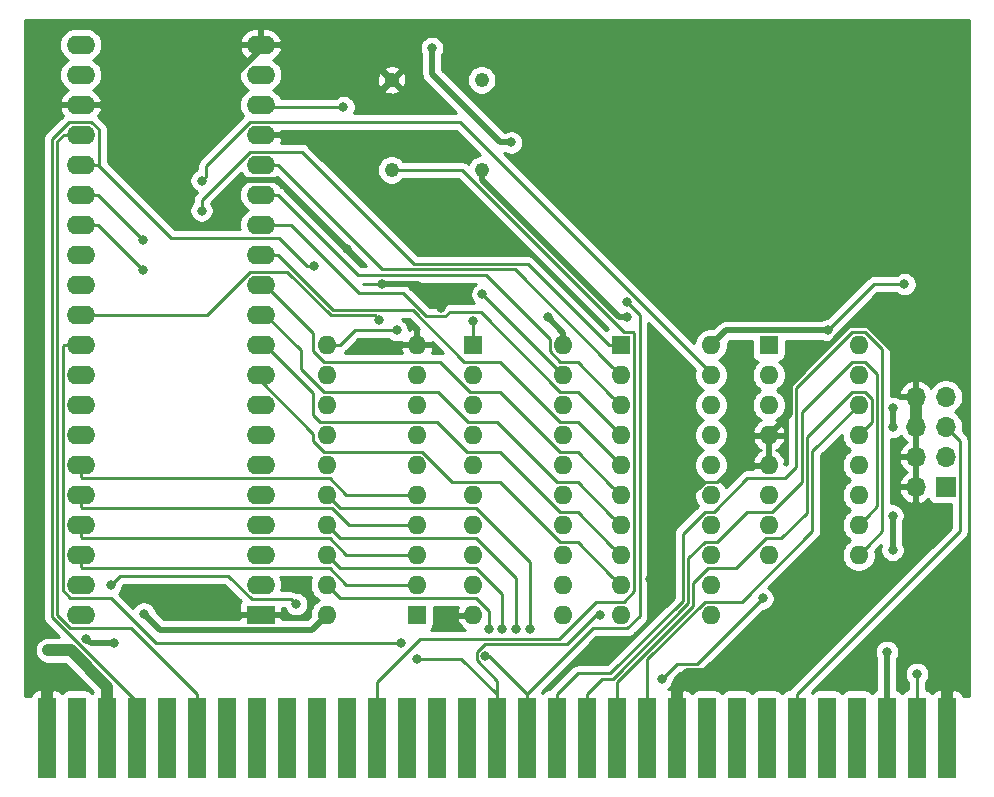
<source format=gbr>
G04 #@! TF.GenerationSoftware,KiCad,Pcbnew,(5.1.5)-3*
G04 #@! TF.CreationDate,2021-12-23T14:00:04+02:00*
G04 #@! TF.ProjectId,CPU,4350552e-6b69-4636-9164-5f7063625858,rev?*
G04 #@! TF.SameCoordinates,Original*
G04 #@! TF.FileFunction,Copper,L2,Bot*
G04 #@! TF.FilePolarity,Positive*
%FSLAX46Y46*%
G04 Gerber Fmt 4.6, Leading zero omitted, Abs format (unit mm)*
G04 Created by KiCad (PCBNEW (5.1.5)-3) date 2021-12-23 14:00:04*
%MOMM*%
%LPD*%
G04 APERTURE LIST*
%ADD10C,1.210000*%
%ADD11O,2.400000X1.600000*%
%ADD12R,2.400000X1.600000*%
%ADD13O,1.700000X1.700000*%
%ADD14R,1.700000X1.700000*%
%ADD15O,1.600000X1.600000*%
%ADD16R,1.600000X1.600000*%
%ADD17R,1.524000X6.858000*%
%ADD18C,0.800000*%
%ADD19C,1.000000*%
%ADD20C,0.500000*%
%ADD21C,1.000000*%
%ADD22C,0.250000*%
%ADD23C,0.254000*%
G04 APERTURE END LIST*
D10*
X138700000Y-72320000D03*
X131080000Y-72320000D03*
X131080000Y-64700000D03*
X138700000Y-64700000D03*
D11*
X104760000Y-110000000D03*
X120000000Y-61740000D03*
X104760000Y-107460000D03*
X120000000Y-64280000D03*
X104760000Y-104920000D03*
X120000000Y-66820000D03*
X104760000Y-102380000D03*
X120000000Y-69360000D03*
X104760000Y-99840000D03*
X120000000Y-71900000D03*
X104760000Y-97300000D03*
X120000000Y-74440000D03*
X104760000Y-94760000D03*
X120000000Y-76980000D03*
X104760000Y-92220000D03*
X120000000Y-79520000D03*
X104760000Y-89680000D03*
X120000000Y-82060000D03*
X104760000Y-87140000D03*
X120000000Y-84600000D03*
X104760000Y-84600000D03*
X120000000Y-87140000D03*
X104760000Y-82060000D03*
X120000000Y-89680000D03*
X104760000Y-79520000D03*
X120000000Y-92220000D03*
X104760000Y-76980000D03*
X120000000Y-94760000D03*
X104760000Y-74440000D03*
X120000000Y-97300000D03*
X104760000Y-71900000D03*
X120000000Y-99840000D03*
X104760000Y-69360000D03*
X120000000Y-102380000D03*
X104760000Y-66820000D03*
X120000000Y-104920000D03*
X104760000Y-64280000D03*
X120000000Y-107460000D03*
X104760000Y-61740000D03*
D12*
X120000000Y-110000000D03*
D13*
X175460000Y-91530000D03*
X178000000Y-91530000D03*
X175460000Y-94070000D03*
X178000000Y-94070000D03*
X175460000Y-96610000D03*
X178000000Y-96610000D03*
X175460000Y-99150000D03*
D14*
X178000000Y-99150000D03*
D15*
X158120000Y-87150000D03*
X150500000Y-110010000D03*
X158120000Y-89690000D03*
X150500000Y-107470000D03*
X158120000Y-92230000D03*
X150500000Y-104930000D03*
X158120000Y-94770000D03*
X150500000Y-102390000D03*
X158120000Y-97310000D03*
X150500000Y-99850000D03*
X158120000Y-99850000D03*
X150500000Y-97310000D03*
X158120000Y-102390000D03*
X150500000Y-94770000D03*
X158120000Y-104930000D03*
X150500000Y-92230000D03*
X158120000Y-107470000D03*
X150500000Y-89690000D03*
X158120000Y-110010000D03*
D16*
X150500000Y-87150000D03*
D15*
X125580000Y-110000000D03*
X133200000Y-87140000D03*
X125580000Y-107460000D03*
X133200000Y-89680000D03*
X125580000Y-104920000D03*
X133200000Y-92220000D03*
X125580000Y-102380000D03*
X133200000Y-94760000D03*
X125580000Y-99840000D03*
X133200000Y-97300000D03*
X125580000Y-97300000D03*
X133200000Y-99840000D03*
X125580000Y-94760000D03*
X133200000Y-102380000D03*
X125580000Y-92220000D03*
X133200000Y-104920000D03*
X125580000Y-89680000D03*
X133200000Y-107460000D03*
X125580000Y-87140000D03*
D16*
X133200000Y-110000000D03*
D15*
X145620000Y-87150000D03*
X138000000Y-110010000D03*
X145620000Y-89690000D03*
X138000000Y-107470000D03*
X145620000Y-92230000D03*
X138000000Y-104930000D03*
X145620000Y-94770000D03*
X138000000Y-102390000D03*
X145620000Y-97310000D03*
X138000000Y-99850000D03*
X145620000Y-99850000D03*
X138000000Y-97310000D03*
X145620000Y-102390000D03*
X138000000Y-94770000D03*
X145620000Y-104930000D03*
X138000000Y-92230000D03*
X145620000Y-107470000D03*
X138000000Y-89690000D03*
X145620000Y-110010000D03*
D16*
X138000000Y-87150000D03*
D15*
X170620000Y-87150000D03*
X163000000Y-104930000D03*
X170620000Y-89690000D03*
X163000000Y-102390000D03*
X170620000Y-92230000D03*
X163000000Y-99850000D03*
X170620000Y-94770000D03*
X163000000Y-97310000D03*
X170620000Y-97310000D03*
X163000000Y-94770000D03*
X170620000Y-99850000D03*
X163000000Y-92230000D03*
X170620000Y-102390000D03*
X163000000Y-89690000D03*
X170620000Y-104930000D03*
D16*
X163000000Y-87150000D03*
D17*
X101900000Y-120381000D03*
X104440000Y-120381000D03*
X106980000Y-120381000D03*
X109520000Y-120381000D03*
X112060000Y-120381000D03*
X114600000Y-120381000D03*
X117140000Y-120381000D03*
X119680000Y-120381000D03*
X122220000Y-120381000D03*
X124760000Y-120381000D03*
X127300000Y-120381000D03*
X129840000Y-120381000D03*
X132380000Y-120381000D03*
X134920000Y-120381000D03*
X137460000Y-120381000D03*
X140000000Y-120381000D03*
X142540000Y-120381000D03*
X145080000Y-120381000D03*
X147620000Y-120381000D03*
X150160000Y-120381000D03*
X152700000Y-120381000D03*
X155240000Y-120381000D03*
X157780000Y-120381000D03*
X160320000Y-120381000D03*
X162860000Y-120381000D03*
X165400000Y-120381000D03*
X167940000Y-120381000D03*
X170480000Y-120381000D03*
X173020000Y-120381000D03*
X175560000Y-120381000D03*
X178100000Y-120381000D03*
D18*
X127300000Y-79000000D03*
X153000000Y-107000000D03*
X116460000Y-69360000D03*
X112800000Y-76700000D03*
X108800000Y-108200000D03*
D19*
X176800000Y-103100000D03*
X178400000Y-106200000D03*
D18*
X130300000Y-82000000D03*
X135300000Y-84000000D03*
X174500000Y-82000000D03*
D19*
X102000000Y-113000000D03*
D18*
X110100000Y-109900000D03*
X107600000Y-112400000D03*
X141200000Y-70000000D03*
X151000000Y-84800000D03*
X144300000Y-84800000D03*
X167999999Y-85899999D03*
X173020000Y-113120000D03*
X173500000Y-104500000D03*
X173500000Y-101600000D03*
X173500000Y-94100000D03*
X173500000Y-92500000D03*
X105200000Y-112000000D03*
X134489990Y-62010010D03*
X175560000Y-115000000D03*
X123000000Y-109085002D03*
X107289994Y-107460000D03*
X139300000Y-111200000D03*
X140400000Y-111200000D03*
X141600000Y-111200000D03*
X142800000Y-111200000D03*
X138778996Y-82848996D03*
X110000000Y-78230000D03*
X115000000Y-73230000D03*
X110000000Y-80770000D03*
X115000000Y-75770000D03*
X124500000Y-80500000D03*
X131500000Y-85900000D03*
X139000000Y-113500000D03*
X151000000Y-83500000D03*
X138000000Y-85100000D03*
X130000000Y-85000000D03*
X127000000Y-67000000D03*
X133200000Y-113700000D03*
X131900000Y-112400000D03*
X148700000Y-110000000D03*
X154000000Y-115402000D03*
X162500000Y-108600000D03*
D20*
X118210010Y-73189990D02*
X121489990Y-73189990D01*
X121489990Y-73189990D02*
X127300000Y-79000000D01*
X127300000Y-79000000D02*
X127300000Y-79000000D01*
X118210010Y-73189990D02*
X116600000Y-74800000D01*
D21*
X178100000Y-120381000D02*
X178100000Y-115952000D01*
X101900000Y-120381000D02*
X101900000Y-115952000D01*
X175460000Y-92732081D02*
X175460000Y-94070000D01*
X175460000Y-91530000D02*
X175460000Y-92732081D01*
D22*
X158660001Y-98724999D02*
X157579999Y-98724999D01*
X157579999Y-98724999D02*
X153000000Y-103304998D01*
X163000000Y-97310000D02*
X160075000Y-97310000D01*
X160075000Y-97310000D02*
X158660001Y-98724999D01*
X153000000Y-103304998D02*
X153000000Y-107000000D01*
X153000000Y-107000000D02*
X153000000Y-107000000D01*
D21*
X155240000Y-115952000D02*
X156192000Y-115000000D01*
X155240000Y-120381000D02*
X155240000Y-115952000D01*
X156192000Y-115000000D02*
X161700000Y-115000000D01*
D20*
X116460000Y-65652219D02*
X116460000Y-68794315D01*
X116460000Y-68794315D02*
X116460000Y-69360000D01*
X120000000Y-62112219D02*
X116460000Y-65652219D01*
X120000000Y-61740000D02*
X120000000Y-62112219D01*
X120000000Y-110000000D02*
X112200000Y-110000000D01*
X112200000Y-110000000D02*
X112200000Y-110000000D01*
X175460000Y-90327919D02*
X175460000Y-91530000D01*
X175460000Y-89511812D02*
X175460000Y-90327919D01*
X171398177Y-85449989D02*
X175460000Y-89511812D01*
X169841823Y-85449989D02*
X171398177Y-85449989D01*
X164774960Y-90516852D02*
X169841823Y-85449989D01*
X164774960Y-92995040D02*
X164774960Y-90516852D01*
X163000000Y-94770000D02*
X164774960Y-92995040D01*
X112200000Y-110000000D02*
X110400000Y-108200000D01*
X110400000Y-108200000D02*
X108800000Y-108200000D01*
X108800000Y-108200000D02*
X108800000Y-108200000D01*
X130300000Y-82000000D02*
X133300000Y-82000000D01*
X133300000Y-82000000D02*
X135300000Y-84000000D01*
X135300000Y-84000000D02*
X135300000Y-84000000D01*
D21*
X106980000Y-120381000D02*
X106980000Y-116080000D01*
X106980000Y-116080000D02*
X103900000Y-113000000D01*
X103900000Y-113000000D02*
X102000000Y-113000000D01*
X102000000Y-113000000D02*
X102000000Y-113000000D01*
D20*
X124329999Y-111250001D02*
X111450001Y-111250001D01*
X125580000Y-110000000D02*
X124329999Y-111250001D01*
X111450001Y-111250001D02*
X110100000Y-109900000D01*
X110100000Y-109900000D02*
X110100000Y-109900000D01*
X107600000Y-112400000D02*
X105900000Y-112400000D01*
X141200000Y-70000000D02*
X141200000Y-70000000D01*
X138700000Y-73175599D02*
X150324401Y-84800000D01*
X138700000Y-72320000D02*
X138700000Y-73175599D01*
X150324401Y-84800000D02*
X151000000Y-84800000D01*
X151000000Y-84800000D02*
X151000000Y-84800000D01*
X145620000Y-86120000D02*
X145620000Y-87150000D01*
X144300000Y-84800000D02*
X145620000Y-86120000D01*
X159370001Y-85899999D02*
X167999999Y-85899999D01*
X158120000Y-87150000D02*
X159370001Y-85899999D01*
X167999999Y-85899999D02*
X167999999Y-85899999D01*
X173020000Y-120381000D02*
X173020000Y-113120000D01*
X173020000Y-113120000D02*
X173020000Y-113120000D01*
X173500000Y-104500000D02*
X173500000Y-101600000D01*
X173500000Y-101600000D02*
X173500000Y-101600000D01*
X173500000Y-94100000D02*
X173500000Y-92500000D01*
X173500000Y-92500000D02*
X173500000Y-92500000D01*
X105900000Y-112400000D02*
X105600000Y-112400000D01*
X105600000Y-112400000D02*
X105200000Y-112000000D01*
X105200000Y-112000000D02*
X105200000Y-112000000D01*
X141200000Y-70000000D02*
X140300000Y-70000000D01*
X140300000Y-70000000D02*
X134489990Y-64189990D01*
X134489990Y-64189990D02*
X134489990Y-62010010D01*
X134489990Y-62010010D02*
X134489990Y-62010010D01*
D22*
X171899998Y-82000000D02*
X167999999Y-85899999D01*
X174500000Y-82000000D02*
X171899998Y-82000000D01*
X150750003Y-108884999D02*
X148410003Y-108884999D01*
X151625001Y-108010001D02*
X150750003Y-108884999D01*
X148410003Y-108884999D02*
X145295002Y-112000000D01*
X137020000Y-72320000D02*
X150724999Y-86024999D01*
X131080000Y-72320000D02*
X137020000Y-72320000D01*
X150724999Y-86024999D02*
X151560001Y-86024999D01*
X151560001Y-86024999D02*
X151625001Y-86089999D01*
X151625001Y-86089999D02*
X151625001Y-108010001D01*
X145295002Y-112000000D02*
X133500000Y-112000000D01*
X129840000Y-115660000D02*
X129840000Y-120381000D01*
X133500000Y-112000000D02*
X129840000Y-115660000D01*
X175560000Y-120381000D02*
X175560000Y-115000000D01*
X175560000Y-115000000D02*
X175560000Y-115000000D01*
X108074995Y-106674999D02*
X107289994Y-107460000D01*
X117223995Y-106674999D02*
X108074995Y-106674999D01*
X119233999Y-108685003D02*
X117223995Y-106674999D01*
X123000000Y-109085002D02*
X122600001Y-108685003D01*
X122600001Y-108685003D02*
X119233999Y-108685003D01*
X126379999Y-108259999D02*
X125580000Y-107460000D01*
X126715001Y-108595001D02*
X126379999Y-108259999D01*
X138250003Y-108595001D02*
X126715001Y-108595001D01*
X139300000Y-109644998D02*
X138250003Y-108595001D01*
X139300000Y-111200000D02*
X139300000Y-109644998D01*
X138250003Y-106055001D02*
X126715001Y-106055001D01*
X126379999Y-105719999D02*
X125580000Y-104920000D01*
X126715001Y-106055001D02*
X126379999Y-105719999D01*
X140400000Y-108204998D02*
X138250003Y-106055001D01*
X140400000Y-111200000D02*
X140400000Y-108204998D01*
X126379999Y-103179999D02*
X125580000Y-102380000D01*
X126715001Y-103515001D02*
X126379999Y-103179999D01*
X138250003Y-103515001D02*
X126715001Y-103515001D01*
X141600000Y-106864998D02*
X138250003Y-103515001D01*
X141600000Y-111200000D02*
X141600000Y-106864998D01*
X126379999Y-100639999D02*
X125580000Y-99840000D01*
X126715001Y-100975001D02*
X126379999Y-100639999D01*
X138250003Y-100975001D02*
X126715001Y-100975001D01*
X142800000Y-105524998D02*
X138250003Y-100975001D01*
X142800000Y-111200000D02*
X142800000Y-105524998D01*
X145369997Y-103804999D02*
X146834999Y-103804999D01*
X140289997Y-98724999D02*
X145369997Y-103804999D01*
X136224999Y-98724999D02*
X140289997Y-98724999D01*
X149700001Y-106670001D02*
X150500000Y-107470000D01*
X133674999Y-96174999D02*
X136224999Y-98724999D01*
X125329997Y-96174999D02*
X133674999Y-96174999D01*
X124454999Y-95300001D02*
X125329997Y-96174999D01*
X124454999Y-94683995D02*
X124454999Y-95300001D01*
X146834999Y-103804999D02*
X149700001Y-106670001D01*
X120000000Y-90228996D02*
X124454999Y-94683995D01*
X120000000Y-89680000D02*
X120000000Y-90228996D01*
X146834999Y-101264999D02*
X149700001Y-104130001D01*
X145364999Y-101264999D02*
X146834999Y-101264999D01*
X137484999Y-96184999D02*
X140284999Y-96184999D01*
X125039999Y-93634999D02*
X134934999Y-93634999D01*
X124454999Y-93049999D02*
X125039999Y-93634999D01*
X140284999Y-96184999D02*
X145364999Y-101264999D01*
X124454999Y-91194999D02*
X124454999Y-93049999D01*
X134934999Y-93634999D02*
X137484999Y-96184999D01*
X120400000Y-87140000D02*
X124454999Y-91194999D01*
X149700001Y-104130001D02*
X150500000Y-104930000D01*
X120000000Y-87140000D02*
X120400000Y-87140000D01*
X120400000Y-84600000D02*
X123400000Y-87600000D01*
X120000000Y-84600000D02*
X120400000Y-84600000D01*
X146834999Y-98724999D02*
X149700001Y-101590001D01*
X134994999Y-91094999D02*
X137544999Y-93644999D01*
X149700001Y-101590001D02*
X150500000Y-102390000D01*
X140044999Y-93644999D02*
X145124999Y-98724999D01*
X125329997Y-91094999D02*
X134994999Y-91094999D01*
X123400000Y-89165002D02*
X125329997Y-91094999D01*
X145124999Y-98724999D02*
X146834999Y-98724999D01*
X137544999Y-93644999D02*
X140044999Y-93644999D01*
X123400000Y-87600000D02*
X123400000Y-89165002D01*
X149700001Y-99050001D02*
X150500000Y-99850000D01*
X146834999Y-96184999D02*
X149700001Y-99050001D01*
X145369997Y-96184999D02*
X146834999Y-96184999D01*
X140289997Y-91104999D02*
X145369997Y-96184999D01*
X137749997Y-91104999D02*
X140289997Y-91104999D01*
X135199997Y-88554999D02*
X137749997Y-91104999D01*
X125329997Y-88554999D02*
X135199997Y-88554999D01*
X124454999Y-87680001D02*
X125329997Y-88554999D01*
X124454999Y-86114999D02*
X124454999Y-87680001D01*
X120400000Y-82060000D02*
X124454999Y-86114999D01*
X120000000Y-82060000D02*
X120400000Y-82060000D01*
X120000000Y-79520000D02*
X120400000Y-79520000D01*
X121450000Y-79520000D02*
X120000000Y-79520000D01*
X132864998Y-84200000D02*
X126130000Y-84200000D01*
X126130000Y-84200000D02*
X121450000Y-79520000D01*
X150500000Y-97310000D02*
X146834999Y-93644999D01*
X146834999Y-93644999D02*
X145344999Y-93644999D01*
X145344999Y-93644999D02*
X140264999Y-88564999D01*
X140264999Y-88564999D02*
X137229997Y-88564999D01*
X137229997Y-88564999D02*
X132864998Y-84200000D01*
X128325001Y-82725001D02*
X122580000Y-76980000D01*
X134026409Y-84725001D02*
X132026409Y-82725001D01*
X135648001Y-84725001D02*
X134026409Y-84725001D01*
X122580000Y-76980000D02*
X120000000Y-76980000D01*
X135998003Y-84374999D02*
X135648001Y-84725001D01*
X132026409Y-82725001D02*
X128325001Y-82725001D01*
X138639997Y-84374999D02*
X135998003Y-84374999D01*
X146834999Y-91104999D02*
X145369997Y-91104999D01*
X145369997Y-91104999D02*
X138639997Y-84374999D01*
X150500000Y-94770000D02*
X146834999Y-91104999D01*
X121450000Y-74440000D02*
X128210000Y-81200000D01*
X120000000Y-74440000D02*
X121450000Y-74440000D01*
X149700001Y-91430001D02*
X150500000Y-92230000D01*
X146834999Y-88564999D02*
X149700001Y-91430001D01*
X145369997Y-88564999D02*
X146834999Y-88564999D01*
X144494999Y-87690001D02*
X145369997Y-88564999D01*
X144494999Y-86609999D02*
X144494999Y-87690001D01*
X139085000Y-81200000D02*
X144494999Y-86609999D01*
X128210000Y-81200000D02*
X139085000Y-81200000D01*
X149700001Y-88890001D02*
X150500000Y-89690000D01*
X130299990Y-80749990D02*
X141559990Y-80749990D01*
X121450000Y-71900000D02*
X130299990Y-80749990D01*
X141559990Y-80749990D02*
X149700001Y-88890001D01*
X120000000Y-71900000D02*
X121450000Y-71900000D01*
X145620000Y-89690000D02*
X141800000Y-85870000D01*
X141800000Y-85870000D02*
X141800000Y-85870000D01*
X141800000Y-85870000D02*
X138778996Y-82848996D01*
X166700000Y-96150000D02*
X170620000Y-92230000D01*
X152700000Y-113764998D02*
X157579999Y-108884999D01*
X157579999Y-108884999D02*
X160710003Y-108884999D01*
X166700000Y-102895002D02*
X166700000Y-96150000D01*
X152700000Y-120381000D02*
X152700000Y-113764998D01*
X160710003Y-108884999D02*
X166700000Y-102895002D01*
X150160000Y-120381000D02*
X150160000Y-115668588D01*
X171419999Y-93970001D02*
X170620000Y-94770000D01*
X150160000Y-115668588D02*
X156614294Y-109214294D01*
X156614294Y-109214294D02*
X156614294Y-107310704D01*
X156614294Y-107310704D02*
X157869997Y-106055001D01*
X171745001Y-93644999D02*
X171419999Y-93970001D01*
X164084999Y-103515001D02*
X166249990Y-101350010D01*
X171160001Y-91104999D02*
X171745001Y-91689999D01*
X157869997Y-106055001D02*
X160209997Y-106055001D01*
X171745001Y-91689999D02*
X171745001Y-93644999D01*
X160209997Y-106055001D02*
X162749997Y-103515001D01*
X162749997Y-103515001D02*
X164084999Y-103515001D01*
X170079999Y-91104999D02*
X171160001Y-91104999D01*
X166249990Y-101350010D02*
X166249990Y-94935008D01*
X166249990Y-94935008D02*
X170079999Y-91104999D01*
X172195011Y-100814989D02*
X171419999Y-101590001D01*
X172195011Y-89600009D02*
X172195011Y-100814989D01*
X171419999Y-101590001D02*
X170620000Y-102390000D01*
X171160001Y-88564999D02*
X172195011Y-89600009D01*
X165799980Y-92845018D02*
X170079999Y-88564999D01*
X147620000Y-120381000D02*
X147620000Y-116702000D01*
X148922000Y-115400000D02*
X149792178Y-115400000D01*
X147620000Y-116702000D02*
X148922000Y-115400000D01*
X149792178Y-115400000D02*
X156164284Y-109027894D01*
X170079999Y-88564999D02*
X171160001Y-88564999D01*
X156164284Y-109027894D02*
X156164284Y-105220714D01*
X156164284Y-105220714D02*
X157579999Y-103804999D01*
X163250003Y-101264999D02*
X165799980Y-98715022D01*
X157579999Y-103804999D02*
X158660001Y-103804999D01*
X158660001Y-103804999D02*
X161200001Y-101264999D01*
X165799980Y-98715022D02*
X165799980Y-92845018D01*
X161200001Y-101264999D02*
X163250003Y-101264999D01*
X171419999Y-104130001D02*
X170620000Y-104930000D01*
X172645020Y-102904980D02*
X171419999Y-104130001D01*
X172645020Y-87510018D02*
X172645020Y-102904980D01*
X171160001Y-86024999D02*
X172645020Y-87510018D01*
X170079999Y-86024999D02*
X171160001Y-86024999D01*
X145080000Y-120381000D02*
X145080000Y-116702000D01*
X145080000Y-116702000D02*
X146832010Y-114949990D01*
X161200001Y-98435001D02*
X164364999Y-98435001D01*
X149605778Y-114949990D02*
X155714274Y-108841494D01*
X165349970Y-90755028D02*
X170079999Y-86024999D01*
X155714274Y-108841494D02*
X155714274Y-103130724D01*
X155714274Y-103130724D02*
X157579999Y-101264999D01*
X165349970Y-97450030D02*
X165349970Y-90755028D01*
X157579999Y-101264999D02*
X158370003Y-101264999D01*
X158370003Y-101264999D02*
X161200001Y-98435001D01*
X146832010Y-114949990D02*
X149605778Y-114949990D01*
X164364999Y-98435001D02*
X165349970Y-97450030D01*
X106210000Y-74440000D02*
X110000000Y-78230000D01*
X104760000Y-74440000D02*
X106210000Y-74440000D01*
X110000000Y-78230000D02*
X110000000Y-78230000D01*
X119134006Y-68234990D02*
X136834990Y-68234990D01*
X115399999Y-72830001D02*
X115399999Y-71968997D01*
X115399999Y-71968997D02*
X119134006Y-68234990D01*
X158120000Y-89520000D02*
X158120000Y-89690000D01*
X115000000Y-73230000D02*
X115399999Y-72830001D01*
X136834990Y-68234990D02*
X158120000Y-89520000D01*
X106210000Y-76980000D02*
X110000000Y-80770000D01*
X104760000Y-76980000D02*
X106210000Y-76980000D01*
X110000000Y-80770000D02*
X110000000Y-80770000D01*
X149450000Y-87150000D02*
X150500000Y-87150000D01*
X142599980Y-80299980D02*
X149450000Y-87150000D01*
X115000000Y-74908996D02*
X119134006Y-70774990D01*
X119134006Y-70774990D02*
X123474990Y-70774990D01*
X115000000Y-75770000D02*
X115000000Y-74908996D01*
X123474990Y-70774990D02*
X132999980Y-80299980D01*
X132999980Y-80299980D02*
X142599980Y-80299980D01*
X112415010Y-78105010D02*
X106210000Y-71900000D01*
X121539325Y-78105010D02*
X112415010Y-78105010D01*
X123934315Y-80500000D02*
X121539325Y-78105010D01*
X124500000Y-80500000D02*
X123934315Y-80500000D01*
X105625994Y-68234990D02*
X106285010Y-68894006D01*
X106285010Y-68894006D02*
X106285010Y-71824990D01*
X103798600Y-68234990D02*
X105625994Y-68234990D01*
X102334970Y-110202384D02*
X102334971Y-69698619D01*
X106210000Y-71900000D02*
X104760000Y-71900000D01*
X106285010Y-71824990D02*
X106210000Y-71900000D01*
X109520000Y-117387414D02*
X102334970Y-110202384D01*
X102334971Y-69698619D02*
X103798600Y-68234990D01*
X109520000Y-120381000D02*
X109520000Y-117387414D01*
X126711370Y-87140000D02*
X127951370Y-85900000D01*
X125580000Y-87140000D02*
X126711370Y-87140000D01*
X127951370Y-85900000D02*
X131500000Y-85900000D01*
X131500000Y-85900000D02*
X131500000Y-85900000D01*
X152075011Y-110099991D02*
X152075011Y-84575011D01*
X151040001Y-111135001D02*
X152075011Y-110099991D01*
X142540000Y-116702000D02*
X148106999Y-111135001D01*
X148106999Y-111135001D02*
X151040001Y-111135001D01*
X152075011Y-84575011D02*
X151000000Y-83500000D01*
X151000000Y-83500000D02*
X151000000Y-83500000D01*
X138000000Y-85100000D02*
X138000000Y-87150000D01*
X139338000Y-113500000D02*
X139000000Y-113500000D01*
X142540000Y-116702000D02*
X139338000Y-113500000D01*
X142540000Y-120381000D02*
X142540000Y-116702000D01*
X119134006Y-80934990D02*
X122228580Y-80934990D01*
X122228580Y-80934990D02*
X125943600Y-84650010D01*
X104760000Y-84600000D02*
X115468996Y-84600000D01*
X115468996Y-84600000D02*
X119134006Y-80934990D01*
X125943600Y-84650010D02*
X129650010Y-84650010D01*
X129650010Y-84650010D02*
X130000000Y-85000000D01*
X130000000Y-85000000D02*
X130000000Y-85000000D01*
X125830012Y-98425010D02*
X104835010Y-98425010D01*
X104760000Y-98350000D02*
X104760000Y-97300000D01*
X104835010Y-98425010D02*
X104760000Y-98350000D01*
X127245002Y-99840000D02*
X125830012Y-98425010D01*
X133200000Y-99840000D02*
X127245002Y-99840000D01*
X104760000Y-100890000D02*
X104760000Y-99840000D01*
X126068591Y-100965001D02*
X104835001Y-100965001D01*
X104835001Y-100965001D02*
X104760000Y-100890000D01*
X127483590Y-102380000D02*
X126068591Y-100965001D01*
X133200000Y-102380000D02*
X127483590Y-102380000D01*
X104835010Y-103505010D02*
X104760000Y-103430000D01*
X125830012Y-103505010D02*
X104835010Y-103505010D01*
X104760000Y-103430000D02*
X104760000Y-102380000D01*
X127245002Y-104920000D02*
X125830012Y-103505010D01*
X133200000Y-104920000D02*
X127245002Y-104920000D01*
X104835010Y-106045010D02*
X104760000Y-105970000D01*
X104760000Y-105970000D02*
X104760000Y-104920000D01*
X127245002Y-107460000D02*
X125830012Y-106045010D01*
X125830012Y-106045010D02*
X104835010Y-106045010D01*
X133200000Y-107460000D02*
X127245002Y-107460000D01*
X120180000Y-67000000D02*
X120000000Y-66820000D01*
X127000000Y-67000000D02*
X120180000Y-67000000D01*
X179175001Y-95245001D02*
X179175001Y-102926999D01*
X165400000Y-116702000D02*
X165400000Y-120381000D01*
X179175001Y-102926999D02*
X165400000Y-116702000D01*
X178000000Y-94070000D02*
X179175001Y-95245001D01*
X140000000Y-116702000D02*
X136998000Y-113700000D01*
X140000000Y-120381000D02*
X140000000Y-116702000D01*
X136998000Y-113700000D02*
X133200000Y-113700000D01*
X133200000Y-113700000D02*
X133200000Y-113700000D01*
X103310000Y-87140000D02*
X104760000Y-87140000D01*
X103234990Y-107925994D02*
X103234990Y-87215010D01*
X103894006Y-108585010D02*
X103234990Y-107925994D01*
X107342002Y-108585010D02*
X103894006Y-108585010D01*
X103234990Y-87215010D02*
X103310000Y-87140000D01*
X111156992Y-112400000D02*
X107342002Y-108585010D01*
X131900000Y-112400000D02*
X111156992Y-112400000D01*
X138274999Y-113151999D02*
X138976988Y-112450010D01*
X138274999Y-113848001D02*
X138274999Y-113151999D01*
X140000000Y-120381000D02*
X140000000Y-115573002D01*
X138976988Y-112450010D02*
X145949990Y-112450010D01*
X140000000Y-115573002D02*
X138274999Y-113848001D01*
X145949990Y-112450010D02*
X148400000Y-110000000D01*
X148400000Y-110000000D02*
X148700000Y-110000000D01*
X148700000Y-110000000D02*
X148700000Y-110000000D01*
X103310000Y-69360000D02*
X104760000Y-69360000D01*
X102784980Y-69885020D02*
X103310000Y-69360000D01*
X102784980Y-110015984D02*
X102784980Y-69885020D01*
X103894006Y-111125010D02*
X102784980Y-110015984D01*
X109023010Y-111125010D02*
X103894006Y-111125010D01*
X114600000Y-116702000D02*
X109023010Y-111125010D01*
X114600000Y-120381000D02*
X114600000Y-116702000D01*
X155227010Y-114174990D02*
X156925010Y-114174990D01*
X154000000Y-115402000D02*
X155227010Y-114174990D01*
X156925010Y-114174990D02*
X162500000Y-108600000D01*
X162500000Y-108600000D02*
X162500000Y-108600000D01*
D23*
G36*
X179940000Y-114932418D02*
G01*
X179940001Y-114932428D01*
X179940001Y-116873000D01*
X179492291Y-116873000D01*
X179487812Y-116827518D01*
X179451502Y-116707820D01*
X179392537Y-116597506D01*
X179313185Y-116500815D01*
X179216494Y-116421463D01*
X179106180Y-116362498D01*
X178986482Y-116326188D01*
X178862000Y-116313928D01*
X178385750Y-116317000D01*
X178227000Y-116475750D01*
X178227000Y-116873000D01*
X177973000Y-116873000D01*
X177973000Y-116475750D01*
X177814250Y-116317000D01*
X177338000Y-116313928D01*
X177213518Y-116326188D01*
X177093820Y-116362498D01*
X176983506Y-116421463D01*
X176886815Y-116500815D01*
X176830000Y-116570044D01*
X176773185Y-116500815D01*
X176676494Y-116421463D01*
X176566180Y-116362498D01*
X176446482Y-116326188D01*
X176322000Y-116313928D01*
X176320000Y-116313928D01*
X176320000Y-115703711D01*
X176363937Y-115659774D01*
X176477205Y-115490256D01*
X176555226Y-115301898D01*
X176595000Y-115101939D01*
X176595000Y-114898061D01*
X176555226Y-114698102D01*
X176477205Y-114509744D01*
X176363937Y-114340226D01*
X176219774Y-114196063D01*
X176050256Y-114082795D01*
X175861898Y-114004774D01*
X175661939Y-113965000D01*
X175458061Y-113965000D01*
X175258102Y-114004774D01*
X175069744Y-114082795D01*
X174900226Y-114196063D01*
X174756063Y-114340226D01*
X174642795Y-114509744D01*
X174564774Y-114698102D01*
X174525000Y-114898061D01*
X174525000Y-115101939D01*
X174564774Y-115301898D01*
X174642795Y-115490256D01*
X174756063Y-115659774D01*
X174800001Y-115703712D01*
X174800001Y-116313928D01*
X174798000Y-116313928D01*
X174673518Y-116326188D01*
X174553820Y-116362498D01*
X174443506Y-116421463D01*
X174346815Y-116500815D01*
X174290000Y-116570044D01*
X174233185Y-116500815D01*
X174136494Y-116421463D01*
X174026180Y-116362498D01*
X173906482Y-116326188D01*
X173905000Y-116326042D01*
X173905000Y-113658454D01*
X173937205Y-113610256D01*
X174015226Y-113421898D01*
X174055000Y-113221939D01*
X174055000Y-113018061D01*
X174015226Y-112818102D01*
X173937205Y-112629744D01*
X173823937Y-112460226D01*
X173679774Y-112316063D01*
X173510256Y-112202795D01*
X173321898Y-112124774D01*
X173121939Y-112085000D01*
X172918061Y-112085000D01*
X172718102Y-112124774D01*
X172529744Y-112202795D01*
X172360226Y-112316063D01*
X172216063Y-112460226D01*
X172102795Y-112629744D01*
X172024774Y-112818102D01*
X171985000Y-113018061D01*
X171985000Y-113221939D01*
X172024774Y-113421898D01*
X172102795Y-113610256D01*
X172135001Y-113658456D01*
X172135001Y-116326042D01*
X172133518Y-116326188D01*
X172013820Y-116362498D01*
X171903506Y-116421463D01*
X171806815Y-116500815D01*
X171750000Y-116570044D01*
X171693185Y-116500815D01*
X171596494Y-116421463D01*
X171486180Y-116362498D01*
X171366482Y-116326188D01*
X171242000Y-116313928D01*
X169718000Y-116313928D01*
X169593518Y-116326188D01*
X169473820Y-116362498D01*
X169363506Y-116421463D01*
X169266815Y-116500815D01*
X169210000Y-116570044D01*
X169153185Y-116500815D01*
X169056494Y-116421463D01*
X168946180Y-116362498D01*
X168826482Y-116326188D01*
X168702000Y-116313928D01*
X167178000Y-116313928D01*
X167053518Y-116326188D01*
X166933820Y-116362498D01*
X166823506Y-116421463D01*
X166726815Y-116500815D01*
X166670000Y-116570044D01*
X166641493Y-116535308D01*
X179686004Y-103490798D01*
X179715002Y-103467000D01*
X179809975Y-103351275D01*
X179880547Y-103219246D01*
X179924004Y-103075985D01*
X179935001Y-102964332D01*
X179935001Y-102964323D01*
X179938677Y-102927000D01*
X179935001Y-102889677D01*
X179935001Y-95282323D01*
X179938677Y-95245000D01*
X179935001Y-95207677D01*
X179935001Y-95207668D01*
X179924004Y-95096015D01*
X179880547Y-94952754D01*
X179809975Y-94820725D01*
X179715002Y-94705000D01*
X179686005Y-94681203D01*
X179441210Y-94436408D01*
X179485000Y-94216260D01*
X179485000Y-93923740D01*
X179427932Y-93636842D01*
X179315990Y-93366589D01*
X179153475Y-93123368D01*
X178946632Y-92916525D01*
X178772240Y-92800000D01*
X178946632Y-92683475D01*
X179153475Y-92476632D01*
X179315990Y-92233411D01*
X179427932Y-91963158D01*
X179485000Y-91676260D01*
X179485000Y-91383740D01*
X179427932Y-91096842D01*
X179315990Y-90826589D01*
X179153475Y-90583368D01*
X178946632Y-90376525D01*
X178703411Y-90214010D01*
X178433158Y-90102068D01*
X178146260Y-90045000D01*
X177853740Y-90045000D01*
X177566842Y-90102068D01*
X177296589Y-90214010D01*
X177053368Y-90376525D01*
X176846525Y-90583368D01*
X176728900Y-90759406D01*
X176557588Y-90529731D01*
X176341355Y-90334822D01*
X176091252Y-90185843D01*
X175816891Y-90088519D01*
X175587000Y-90209186D01*
X175587000Y-91403000D01*
X175607000Y-91403000D01*
X175607000Y-91657000D01*
X175587000Y-91657000D01*
X175587000Y-93943000D01*
X175607000Y-93943000D01*
X175607000Y-94197000D01*
X175587000Y-94197000D01*
X175587000Y-96483000D01*
X175607000Y-96483000D01*
X175607000Y-96737000D01*
X175587000Y-96737000D01*
X175587000Y-99023000D01*
X175607000Y-99023000D01*
X175607000Y-99277000D01*
X175587000Y-99277000D01*
X175587000Y-100470814D01*
X175816891Y-100591481D01*
X176091252Y-100494157D01*
X176341355Y-100345178D01*
X176537502Y-100168374D01*
X176560498Y-100244180D01*
X176619463Y-100354494D01*
X176698815Y-100451185D01*
X176795506Y-100530537D01*
X176905820Y-100589502D01*
X177025518Y-100625812D01*
X177150000Y-100638072D01*
X178415002Y-100638072D01*
X178415002Y-102612196D01*
X164889003Y-116138196D01*
X164859999Y-116161999D01*
X164822267Y-116207976D01*
X164765026Y-116277724D01*
X164745674Y-116313928D01*
X164638000Y-116313928D01*
X164513518Y-116326188D01*
X164393820Y-116362498D01*
X164283506Y-116421463D01*
X164186815Y-116500815D01*
X164130000Y-116570044D01*
X164073185Y-116500815D01*
X163976494Y-116421463D01*
X163866180Y-116362498D01*
X163746482Y-116326188D01*
X163622000Y-116313928D01*
X162098000Y-116313928D01*
X161973518Y-116326188D01*
X161853820Y-116362498D01*
X161743506Y-116421463D01*
X161646815Y-116500815D01*
X161590000Y-116570044D01*
X161533185Y-116500815D01*
X161436494Y-116421463D01*
X161326180Y-116362498D01*
X161206482Y-116326188D01*
X161082000Y-116313928D01*
X159558000Y-116313928D01*
X159433518Y-116326188D01*
X159313820Y-116362498D01*
X159203506Y-116421463D01*
X159106815Y-116500815D01*
X159050000Y-116570044D01*
X158993185Y-116500815D01*
X158896494Y-116421463D01*
X158786180Y-116362498D01*
X158666482Y-116326188D01*
X158542000Y-116313928D01*
X157018000Y-116313928D01*
X156893518Y-116326188D01*
X156773820Y-116362498D01*
X156663506Y-116421463D01*
X156566815Y-116500815D01*
X156510000Y-116570044D01*
X156453185Y-116500815D01*
X156356494Y-116421463D01*
X156246180Y-116362498D01*
X156126482Y-116326188D01*
X156002000Y-116313928D01*
X155525750Y-116317000D01*
X155367000Y-116475750D01*
X155367000Y-116873000D01*
X155113000Y-116873000D01*
X155113000Y-116475750D01*
X154954250Y-116317000D01*
X154497961Y-116314057D01*
X154659774Y-116205937D01*
X154803937Y-116061774D01*
X154917205Y-115892256D01*
X154995226Y-115703898D01*
X155035000Y-115503939D01*
X155035000Y-115441801D01*
X155541812Y-114934990D01*
X156887688Y-114934990D01*
X156925010Y-114938666D01*
X156962332Y-114934990D01*
X156962343Y-114934990D01*
X157073996Y-114923993D01*
X157217257Y-114880536D01*
X157349286Y-114809964D01*
X157465011Y-114714991D01*
X157488814Y-114685987D01*
X162539803Y-109635000D01*
X162601939Y-109635000D01*
X162801898Y-109595226D01*
X162990256Y-109517205D01*
X163159774Y-109403937D01*
X163303937Y-109259774D01*
X163417205Y-109090256D01*
X163495226Y-108901898D01*
X163535000Y-108701939D01*
X163535000Y-108498061D01*
X163495226Y-108298102D01*
X163417205Y-108109744D01*
X163303937Y-107940226D01*
X163159774Y-107796063D01*
X162990256Y-107682795D01*
X162987960Y-107681844D01*
X167211004Y-103458800D01*
X167240001Y-103435003D01*
X167284547Y-103380724D01*
X167334974Y-103319279D01*
X167405546Y-103187249D01*
X167407745Y-103179999D01*
X167449003Y-103043988D01*
X167460000Y-102932335D01*
X167460000Y-102932325D01*
X167463676Y-102895002D01*
X167460000Y-102857680D01*
X167460000Y-96464801D01*
X169185000Y-94739801D01*
X169185000Y-94911335D01*
X169240147Y-95188574D01*
X169348320Y-95449727D01*
X169505363Y-95684759D01*
X169705241Y-95884637D01*
X169937759Y-96040000D01*
X169705241Y-96195363D01*
X169505363Y-96395241D01*
X169348320Y-96630273D01*
X169240147Y-96891426D01*
X169185000Y-97168665D01*
X169185000Y-97451335D01*
X169240147Y-97728574D01*
X169348320Y-97989727D01*
X169505363Y-98224759D01*
X169705241Y-98424637D01*
X169937759Y-98580000D01*
X169705241Y-98735363D01*
X169505363Y-98935241D01*
X169348320Y-99170273D01*
X169240147Y-99431426D01*
X169185000Y-99708665D01*
X169185000Y-99991335D01*
X169240147Y-100268574D01*
X169348320Y-100529727D01*
X169505363Y-100764759D01*
X169705241Y-100964637D01*
X169937759Y-101120000D01*
X169705241Y-101275363D01*
X169505363Y-101475241D01*
X169348320Y-101710273D01*
X169240147Y-101971426D01*
X169185000Y-102248665D01*
X169185000Y-102531335D01*
X169240147Y-102808574D01*
X169348320Y-103069727D01*
X169505363Y-103304759D01*
X169705241Y-103504637D01*
X169937759Y-103660000D01*
X169705241Y-103815363D01*
X169505363Y-104015241D01*
X169348320Y-104250273D01*
X169240147Y-104511426D01*
X169185000Y-104788665D01*
X169185000Y-105071335D01*
X169240147Y-105348574D01*
X169348320Y-105609727D01*
X169505363Y-105844759D01*
X169705241Y-106044637D01*
X169940273Y-106201680D01*
X170201426Y-106309853D01*
X170478665Y-106365000D01*
X170761335Y-106365000D01*
X171038574Y-106309853D01*
X171299727Y-106201680D01*
X171534759Y-106044637D01*
X171734637Y-105844759D01*
X171891680Y-105609727D01*
X171999853Y-105348574D01*
X172055000Y-105071335D01*
X172055000Y-104788665D01*
X172018688Y-104606113D01*
X172559982Y-104064820D01*
X172504774Y-104198102D01*
X172465000Y-104398061D01*
X172465000Y-104601939D01*
X172504774Y-104801898D01*
X172582795Y-104990256D01*
X172696063Y-105159774D01*
X172840226Y-105303937D01*
X173009744Y-105417205D01*
X173198102Y-105495226D01*
X173398061Y-105535000D01*
X173601939Y-105535000D01*
X173801898Y-105495226D01*
X173990256Y-105417205D01*
X174159774Y-105303937D01*
X174303937Y-105159774D01*
X174417205Y-104990256D01*
X174495226Y-104801898D01*
X174535000Y-104601939D01*
X174535000Y-104398061D01*
X174495226Y-104198102D01*
X174417205Y-104009744D01*
X174385000Y-103961546D01*
X174385000Y-102138454D01*
X174417205Y-102090256D01*
X174495226Y-101901898D01*
X174535000Y-101701939D01*
X174535000Y-101498061D01*
X174495226Y-101298102D01*
X174417205Y-101109744D01*
X174303937Y-100940226D01*
X174159774Y-100796063D01*
X173990256Y-100682795D01*
X173801898Y-100604774D01*
X173601939Y-100565000D01*
X173405020Y-100565000D01*
X173405020Y-99506890D01*
X174018524Y-99506890D01*
X174063175Y-99654099D01*
X174188359Y-99916920D01*
X174362412Y-100150269D01*
X174578645Y-100345178D01*
X174828748Y-100494157D01*
X175103109Y-100591481D01*
X175333000Y-100470814D01*
X175333000Y-99277000D01*
X174139845Y-99277000D01*
X174018524Y-99506890D01*
X173405020Y-99506890D01*
X173405020Y-96966890D01*
X174018524Y-96966890D01*
X174063175Y-97114099D01*
X174188359Y-97376920D01*
X174362412Y-97610269D01*
X174578645Y-97805178D01*
X174704255Y-97880000D01*
X174578645Y-97954822D01*
X174362412Y-98149731D01*
X174188359Y-98383080D01*
X174063175Y-98645901D01*
X174018524Y-98793110D01*
X174139845Y-99023000D01*
X175333000Y-99023000D01*
X175333000Y-96737000D01*
X174139845Y-96737000D01*
X174018524Y-96966890D01*
X173405020Y-96966890D01*
X173405020Y-95135000D01*
X173601939Y-95135000D01*
X173801898Y-95095226D01*
X173990256Y-95017205D01*
X174159774Y-94903937D01*
X174204778Y-94858933D01*
X174362412Y-95070269D01*
X174578645Y-95265178D01*
X174704255Y-95340000D01*
X174578645Y-95414822D01*
X174362412Y-95609731D01*
X174188359Y-95843080D01*
X174063175Y-96105901D01*
X174018524Y-96253110D01*
X174139845Y-96483000D01*
X175333000Y-96483000D01*
X175333000Y-94197000D01*
X175313000Y-94197000D01*
X175313000Y-93943000D01*
X175333000Y-93943000D01*
X175333000Y-91657000D01*
X174139845Y-91657000D01*
X174129800Y-91676035D01*
X173990256Y-91582795D01*
X173801898Y-91504774D01*
X173601939Y-91465000D01*
X173405020Y-91465000D01*
X173405020Y-91173110D01*
X174018524Y-91173110D01*
X174139845Y-91403000D01*
X175333000Y-91403000D01*
X175333000Y-90209186D01*
X175103109Y-90088519D01*
X174828748Y-90185843D01*
X174578645Y-90334822D01*
X174362412Y-90529731D01*
X174188359Y-90763080D01*
X174063175Y-91025901D01*
X174018524Y-91173110D01*
X173405020Y-91173110D01*
X173405020Y-87547340D01*
X173408696Y-87510017D01*
X173405020Y-87472695D01*
X173405020Y-87472685D01*
X173394023Y-87361032D01*
X173350566Y-87217771D01*
X173314341Y-87149999D01*
X173279994Y-87085741D01*
X173208819Y-86999015D01*
X173185021Y-86970017D01*
X173156024Y-86946220D01*
X171723805Y-85514002D01*
X171700002Y-85484998D01*
X171584277Y-85390025D01*
X171452248Y-85319453D01*
X171308987Y-85275996D01*
X171197334Y-85264999D01*
X171197323Y-85264999D01*
X171160001Y-85261323D01*
X171122679Y-85264999D01*
X170117321Y-85264999D01*
X170079998Y-85261323D01*
X170042675Y-85264999D01*
X170042666Y-85264999D01*
X169931013Y-85275996D01*
X169787752Y-85319453D01*
X169655723Y-85390025D01*
X169539998Y-85484998D01*
X169516201Y-85513995D01*
X169034999Y-85995197D01*
X169034999Y-85939800D01*
X172214801Y-82760000D01*
X173796289Y-82760000D01*
X173840226Y-82803937D01*
X174009744Y-82917205D01*
X174198102Y-82995226D01*
X174398061Y-83035000D01*
X174601939Y-83035000D01*
X174801898Y-82995226D01*
X174990256Y-82917205D01*
X175159774Y-82803937D01*
X175303937Y-82659774D01*
X175417205Y-82490256D01*
X175495226Y-82301898D01*
X175535000Y-82101939D01*
X175535000Y-81898061D01*
X175495226Y-81698102D01*
X175417205Y-81509744D01*
X175303937Y-81340226D01*
X175159774Y-81196063D01*
X174990256Y-81082795D01*
X174801898Y-81004774D01*
X174601939Y-80965000D01*
X174398061Y-80965000D01*
X174198102Y-81004774D01*
X174009744Y-81082795D01*
X173840226Y-81196063D01*
X173796289Y-81240000D01*
X171937320Y-81240000D01*
X171899997Y-81236324D01*
X171862674Y-81240000D01*
X171862665Y-81240000D01*
X171751012Y-81250997D01*
X171607751Y-81294454D01*
X171475722Y-81365026D01*
X171475720Y-81365027D01*
X171475721Y-81365027D01*
X171388994Y-81436201D01*
X171388990Y-81436205D01*
X171359997Y-81459999D01*
X171336203Y-81488992D01*
X167960198Y-84864999D01*
X167898060Y-84864999D01*
X167698101Y-84904773D01*
X167509743Y-84982794D01*
X167461545Y-85014999D01*
X159413466Y-85014999D01*
X159370000Y-85010718D01*
X159326534Y-85014999D01*
X159326524Y-85014999D01*
X159196511Y-85027804D01*
X159029688Y-85078410D01*
X158875942Y-85160588D01*
X158871231Y-85164454D01*
X158774954Y-85243467D01*
X158774952Y-85243469D01*
X158741184Y-85271182D01*
X158713471Y-85304950D01*
X158296439Y-85721983D01*
X158261335Y-85715000D01*
X157978665Y-85715000D01*
X157701426Y-85770147D01*
X157440273Y-85878320D01*
X157205241Y-86035363D01*
X157005363Y-86235241D01*
X156848320Y-86470273D01*
X156740147Y-86731426D01*
X156685000Y-87008665D01*
X156685000Y-87010198D01*
X140559801Y-70885000D01*
X140661546Y-70885000D01*
X140709744Y-70917205D01*
X140898102Y-70995226D01*
X141098061Y-71035000D01*
X141301939Y-71035000D01*
X141501898Y-70995226D01*
X141690256Y-70917205D01*
X141859774Y-70803937D01*
X142003937Y-70659774D01*
X142117205Y-70490256D01*
X142195226Y-70301898D01*
X142235000Y-70101939D01*
X142235000Y-69898061D01*
X142195226Y-69698102D01*
X142117205Y-69509744D01*
X142003937Y-69340226D01*
X141859774Y-69196063D01*
X141690256Y-69082795D01*
X141501898Y-69004774D01*
X141301939Y-68965000D01*
X141098061Y-68965000D01*
X140898102Y-69004774D01*
X140709744Y-69082795D01*
X140664563Y-69112984D01*
X136129450Y-64577871D01*
X137460000Y-64577871D01*
X137460000Y-64822129D01*
X137507652Y-65061695D01*
X137601126Y-65287360D01*
X137736829Y-65490454D01*
X137909546Y-65663171D01*
X138112640Y-65798874D01*
X138338305Y-65892348D01*
X138577871Y-65940000D01*
X138822129Y-65940000D01*
X139061695Y-65892348D01*
X139287360Y-65798874D01*
X139490454Y-65663171D01*
X139663171Y-65490454D01*
X139798874Y-65287360D01*
X139892348Y-65061695D01*
X139940000Y-64822129D01*
X139940000Y-64577871D01*
X139892348Y-64338305D01*
X139798874Y-64112640D01*
X139663171Y-63909546D01*
X139490454Y-63736829D01*
X139287360Y-63601126D01*
X139061695Y-63507652D01*
X138822129Y-63460000D01*
X138577871Y-63460000D01*
X138338305Y-63507652D01*
X138112640Y-63601126D01*
X137909546Y-63736829D01*
X137736829Y-63909546D01*
X137601126Y-64112640D01*
X137507652Y-64338305D01*
X137460000Y-64577871D01*
X136129450Y-64577871D01*
X135374990Y-63823412D01*
X135374990Y-62548464D01*
X135407195Y-62500266D01*
X135485216Y-62311908D01*
X135524990Y-62111949D01*
X135524990Y-61908071D01*
X135485216Y-61708112D01*
X135407195Y-61519754D01*
X135293927Y-61350236D01*
X135149764Y-61206073D01*
X134980246Y-61092805D01*
X134791888Y-61014784D01*
X134591929Y-60975010D01*
X134388051Y-60975010D01*
X134188092Y-61014784D01*
X133999734Y-61092805D01*
X133830216Y-61206073D01*
X133686053Y-61350236D01*
X133572785Y-61519754D01*
X133494764Y-61708112D01*
X133454990Y-61908071D01*
X133454990Y-62111949D01*
X133494764Y-62311908D01*
X133572785Y-62500266D01*
X133604991Y-62548465D01*
X133604990Y-64146521D01*
X133600709Y-64189990D01*
X133604990Y-64233459D01*
X133604990Y-64233466D01*
X133617795Y-64363479D01*
X133668401Y-64530302D01*
X133750579Y-64684048D01*
X133861173Y-64818807D01*
X133894946Y-64846524D01*
X136523412Y-67474990D01*
X127923528Y-67474990D01*
X127995226Y-67301898D01*
X128035000Y-67101939D01*
X128035000Y-66898061D01*
X127995226Y-66698102D01*
X127917205Y-66509744D01*
X127803937Y-66340226D01*
X127659774Y-66196063D01*
X127490256Y-66082795D01*
X127301898Y-66004774D01*
X127101939Y-65965000D01*
X126898061Y-65965000D01*
X126698102Y-66004774D01*
X126509744Y-66082795D01*
X126340226Y-66196063D01*
X126296289Y-66240000D01*
X121717113Y-66240000D01*
X121598932Y-66018899D01*
X121419608Y-65800392D01*
X121201101Y-65621068D01*
X121074393Y-65553341D01*
X130406264Y-65553341D01*
X130454179Y-65777434D01*
X130676401Y-65878823D01*
X130914133Y-65934910D01*
X131158239Y-65943541D01*
X131399339Y-65904383D01*
X131628166Y-65818941D01*
X131705821Y-65777434D01*
X131753736Y-65553341D01*
X131080000Y-64879605D01*
X130406264Y-65553341D01*
X121074393Y-65553341D01*
X121068142Y-65550000D01*
X121201101Y-65478932D01*
X121419608Y-65299608D01*
X121598932Y-65081101D01*
X121732182Y-64831808D01*
X121748431Y-64778239D01*
X129836459Y-64778239D01*
X129875617Y-65019339D01*
X129961059Y-65248166D01*
X130002566Y-65325821D01*
X130226659Y-65373736D01*
X130900395Y-64700000D01*
X131259605Y-64700000D01*
X131933341Y-65373736D01*
X132157434Y-65325821D01*
X132258823Y-65103599D01*
X132314910Y-64865867D01*
X132323541Y-64621761D01*
X132284383Y-64380661D01*
X132198941Y-64151834D01*
X132157434Y-64074179D01*
X131933341Y-64026264D01*
X131259605Y-64700000D01*
X130900395Y-64700000D01*
X130226659Y-64026264D01*
X130002566Y-64074179D01*
X129901177Y-64296401D01*
X129845090Y-64534133D01*
X129836459Y-64778239D01*
X121748431Y-64778239D01*
X121814236Y-64561309D01*
X121841943Y-64280000D01*
X121814236Y-63998691D01*
X121768119Y-63846659D01*
X130406264Y-63846659D01*
X131080000Y-64520395D01*
X131753736Y-63846659D01*
X131705821Y-63622566D01*
X131483599Y-63521177D01*
X131245867Y-63465090D01*
X131001761Y-63456459D01*
X130760661Y-63495617D01*
X130531834Y-63581059D01*
X130454179Y-63622566D01*
X130406264Y-63846659D01*
X121768119Y-63846659D01*
X121732182Y-63728192D01*
X121598932Y-63478899D01*
X121419608Y-63260392D01*
X121201101Y-63081068D01*
X121073259Y-63012735D01*
X121302839Y-62862601D01*
X121504500Y-62664895D01*
X121663715Y-62431646D01*
X121774367Y-62171818D01*
X121791904Y-62089039D01*
X121669915Y-61867000D01*
X120127000Y-61867000D01*
X120127000Y-61887000D01*
X119873000Y-61887000D01*
X119873000Y-61867000D01*
X118330085Y-61867000D01*
X118208096Y-62089039D01*
X118225633Y-62171818D01*
X118336285Y-62431646D01*
X118495500Y-62664895D01*
X118697161Y-62862601D01*
X118926741Y-63012735D01*
X118798899Y-63081068D01*
X118580392Y-63260392D01*
X118401068Y-63478899D01*
X118267818Y-63728192D01*
X118185764Y-63998691D01*
X118158057Y-64280000D01*
X118185764Y-64561309D01*
X118267818Y-64831808D01*
X118401068Y-65081101D01*
X118580392Y-65299608D01*
X118798899Y-65478932D01*
X118931858Y-65550000D01*
X118798899Y-65621068D01*
X118580392Y-65800392D01*
X118401068Y-66018899D01*
X118267818Y-66268192D01*
X118185764Y-66538691D01*
X118158057Y-66820000D01*
X118185764Y-67101309D01*
X118267818Y-67371808D01*
X118401068Y-67621101D01*
X118523684Y-67770510D01*
X114888997Y-71405198D01*
X114859999Y-71428996D01*
X114836201Y-71457994D01*
X114836200Y-71457995D01*
X114765025Y-71544721D01*
X114694453Y-71676751D01*
X114671926Y-71751015D01*
X114650997Y-71820011D01*
X114639999Y-71931664D01*
X114639999Y-71931675D01*
X114636323Y-71968997D01*
X114639999Y-72006319D01*
X114639999Y-72258841D01*
X114509744Y-72312795D01*
X114340226Y-72426063D01*
X114196063Y-72570226D01*
X114082795Y-72739744D01*
X114004774Y-72928102D01*
X113965000Y-73128061D01*
X113965000Y-73331939D01*
X114004774Y-73531898D01*
X114082795Y-73720256D01*
X114196063Y-73889774D01*
X114340226Y-74033937D01*
X114509744Y-74147205D01*
X114635076Y-74199119D01*
X114488998Y-74345197D01*
X114460000Y-74368995D01*
X114436202Y-74397993D01*
X114436201Y-74397994D01*
X114365026Y-74484720D01*
X114294454Y-74616750D01*
X114264180Y-74716554D01*
X114250998Y-74760010D01*
X114240000Y-74871663D01*
X114240000Y-74871674D01*
X114236324Y-74908996D01*
X114240000Y-74946318D01*
X114240000Y-75066289D01*
X114196063Y-75110226D01*
X114082795Y-75279744D01*
X114004774Y-75468102D01*
X113965000Y-75668061D01*
X113965000Y-75871939D01*
X114004774Y-76071898D01*
X114082795Y-76260256D01*
X114196063Y-76429774D01*
X114340226Y-76573937D01*
X114509744Y-76687205D01*
X114698102Y-76765226D01*
X114898061Y-76805000D01*
X115101939Y-76805000D01*
X115301898Y-76765226D01*
X115490256Y-76687205D01*
X115659774Y-76573937D01*
X115803937Y-76429774D01*
X115917205Y-76260256D01*
X115995226Y-76071898D01*
X116035000Y-75871939D01*
X116035000Y-75668061D01*
X115995226Y-75468102D01*
X115917205Y-75279744D01*
X115831828Y-75151969D01*
X118359836Y-72623962D01*
X118401068Y-72701101D01*
X118580392Y-72919608D01*
X118798899Y-73098932D01*
X118931858Y-73170000D01*
X118798899Y-73241068D01*
X118580392Y-73420392D01*
X118401068Y-73638899D01*
X118267818Y-73888192D01*
X118185764Y-74158691D01*
X118158057Y-74440000D01*
X118185764Y-74721309D01*
X118267818Y-74991808D01*
X118401068Y-75241101D01*
X118580392Y-75459608D01*
X118798899Y-75638932D01*
X118931858Y-75710000D01*
X118798899Y-75781068D01*
X118580392Y-75960392D01*
X118401068Y-76178899D01*
X118267818Y-76428192D01*
X118185764Y-76698691D01*
X118158057Y-76980000D01*
X118185764Y-77261309D01*
X118211154Y-77345010D01*
X112729812Y-77345010D01*
X107045010Y-71660209D01*
X107045010Y-68931328D01*
X107048686Y-68894005D01*
X107045010Y-68856682D01*
X107045010Y-68856673D01*
X107034013Y-68745020D01*
X106990556Y-68601759D01*
X106919984Y-68469730D01*
X106825011Y-68354005D01*
X106796014Y-68330208D01*
X106237334Y-67771529D01*
X106264500Y-67744895D01*
X106423715Y-67511646D01*
X106534367Y-67251818D01*
X106551904Y-67169039D01*
X106429915Y-66947000D01*
X104887000Y-66947000D01*
X104887000Y-66967000D01*
X104633000Y-66967000D01*
X104633000Y-66947000D01*
X103090085Y-66947000D01*
X102968096Y-67169039D01*
X102985633Y-67251818D01*
X103096285Y-67511646D01*
X103238310Y-67719711D01*
X103234801Y-67723987D01*
X101823969Y-69134820D01*
X101794971Y-69158618D01*
X101771173Y-69187616D01*
X101771172Y-69187617D01*
X101699997Y-69274343D01*
X101629425Y-69406373D01*
X101604968Y-69487000D01*
X101585969Y-69549633D01*
X101574972Y-69661286D01*
X101571295Y-69698619D01*
X101574972Y-69735952D01*
X101574970Y-110165062D01*
X101571294Y-110202384D01*
X101574970Y-110239706D01*
X101574970Y-110239716D01*
X101585967Y-110351369D01*
X101628030Y-110490036D01*
X101629424Y-110494630D01*
X101699996Y-110626660D01*
X101760788Y-110700734D01*
X101794969Y-110742384D01*
X101823967Y-110766182D01*
X102922785Y-111865000D01*
X101888212Y-111865000D01*
X101833253Y-111875932D01*
X101777501Y-111881423D01*
X101723894Y-111897685D01*
X101668933Y-111908617D01*
X101617158Y-111930063D01*
X101563553Y-111946324D01*
X101514149Y-111972731D01*
X101462376Y-111994176D01*
X101415786Y-112025307D01*
X101366377Y-112051716D01*
X101323068Y-112087259D01*
X101276480Y-112118388D01*
X101236859Y-112158009D01*
X101193551Y-112193551D01*
X101158009Y-112236859D01*
X101118388Y-112276480D01*
X101087259Y-112323068D01*
X101051716Y-112366377D01*
X101025307Y-112415786D01*
X100994176Y-112462376D01*
X100972731Y-112514149D01*
X100946324Y-112563553D01*
X100930063Y-112617158D01*
X100908617Y-112668933D01*
X100897685Y-112723894D01*
X100881423Y-112777501D01*
X100875932Y-112833253D01*
X100865000Y-112888212D01*
X100865000Y-112944248D01*
X100859509Y-113000000D01*
X100865000Y-113055752D01*
X100865000Y-113111788D01*
X100875932Y-113166747D01*
X100881423Y-113222499D01*
X100897685Y-113276106D01*
X100908617Y-113331067D01*
X100930063Y-113382842D01*
X100946324Y-113436447D01*
X100972731Y-113485851D01*
X100994176Y-113537624D01*
X101025307Y-113584214D01*
X101051716Y-113633623D01*
X101087259Y-113676932D01*
X101118388Y-113723520D01*
X101158009Y-113763141D01*
X101193551Y-113806449D01*
X101236859Y-113841991D01*
X101276480Y-113881612D01*
X101323068Y-113912741D01*
X101366377Y-113948284D01*
X101415786Y-113974693D01*
X101462376Y-114005824D01*
X101514149Y-114027269D01*
X101563553Y-114053676D01*
X101617158Y-114069937D01*
X101668933Y-114091383D01*
X101723894Y-114102315D01*
X101777501Y-114118577D01*
X101833253Y-114124068D01*
X101888212Y-114135000D01*
X103429869Y-114135000D01*
X105782671Y-116487803D01*
X105766815Y-116500815D01*
X105710000Y-116570044D01*
X105653185Y-116500815D01*
X105556494Y-116421463D01*
X105446180Y-116362498D01*
X105326482Y-116326188D01*
X105202000Y-116313928D01*
X103678000Y-116313928D01*
X103553518Y-116326188D01*
X103433820Y-116362498D01*
X103323506Y-116421463D01*
X103226815Y-116500815D01*
X103170000Y-116570044D01*
X103113185Y-116500815D01*
X103016494Y-116421463D01*
X102906180Y-116362498D01*
X102786482Y-116326188D01*
X102662000Y-116313928D01*
X102185750Y-116317000D01*
X102027000Y-116475750D01*
X102027000Y-116873000D01*
X101773000Y-116873000D01*
X101773000Y-116475750D01*
X101614250Y-116317000D01*
X101138000Y-116313928D01*
X101013518Y-116326188D01*
X100893820Y-116362498D01*
X100783506Y-116421463D01*
X100686815Y-116500815D01*
X100607463Y-116597506D01*
X100548498Y-116707820D01*
X100512188Y-116827518D01*
X100507709Y-116873000D01*
X100060000Y-116873000D01*
X100060000Y-61740000D01*
X102918057Y-61740000D01*
X102945764Y-62021309D01*
X103027818Y-62291808D01*
X103161068Y-62541101D01*
X103340392Y-62759608D01*
X103558899Y-62938932D01*
X103691858Y-63010000D01*
X103558899Y-63081068D01*
X103340392Y-63260392D01*
X103161068Y-63478899D01*
X103027818Y-63728192D01*
X102945764Y-63998691D01*
X102918057Y-64280000D01*
X102945764Y-64561309D01*
X103027818Y-64831808D01*
X103161068Y-65081101D01*
X103340392Y-65299608D01*
X103558899Y-65478932D01*
X103686741Y-65547265D01*
X103457161Y-65697399D01*
X103255500Y-65895105D01*
X103096285Y-66128354D01*
X102985633Y-66388182D01*
X102968096Y-66470961D01*
X103090085Y-66693000D01*
X104633000Y-66693000D01*
X104633000Y-66673000D01*
X104887000Y-66673000D01*
X104887000Y-66693000D01*
X106429915Y-66693000D01*
X106551904Y-66470961D01*
X106534367Y-66388182D01*
X106423715Y-66128354D01*
X106264500Y-65895105D01*
X106062839Y-65697399D01*
X105833259Y-65547265D01*
X105961101Y-65478932D01*
X106179608Y-65299608D01*
X106358932Y-65081101D01*
X106492182Y-64831808D01*
X106574236Y-64561309D01*
X106601943Y-64280000D01*
X106574236Y-63998691D01*
X106492182Y-63728192D01*
X106358932Y-63478899D01*
X106179608Y-63260392D01*
X105961101Y-63081068D01*
X105828142Y-63010000D01*
X105961101Y-62938932D01*
X106179608Y-62759608D01*
X106358932Y-62541101D01*
X106492182Y-62291808D01*
X106574236Y-62021309D01*
X106601943Y-61740000D01*
X106574236Y-61458691D01*
X106553691Y-61390961D01*
X118208096Y-61390961D01*
X118330085Y-61613000D01*
X119873000Y-61613000D01*
X119873000Y-60305000D01*
X120127000Y-60305000D01*
X120127000Y-61613000D01*
X121669915Y-61613000D01*
X121791904Y-61390961D01*
X121774367Y-61308182D01*
X121663715Y-61048354D01*
X121504500Y-60815105D01*
X121302839Y-60617399D01*
X121066483Y-60462834D01*
X120804514Y-60357350D01*
X120527000Y-60305000D01*
X120127000Y-60305000D01*
X119873000Y-60305000D01*
X119473000Y-60305000D01*
X119195486Y-60357350D01*
X118933517Y-60462834D01*
X118697161Y-60617399D01*
X118495500Y-60815105D01*
X118336285Y-61048354D01*
X118225633Y-61308182D01*
X118208096Y-61390961D01*
X106553691Y-61390961D01*
X106492182Y-61188192D01*
X106358932Y-60938899D01*
X106179608Y-60720392D01*
X105961101Y-60541068D01*
X105711808Y-60407818D01*
X105441309Y-60325764D01*
X105230492Y-60305000D01*
X104289508Y-60305000D01*
X104078691Y-60325764D01*
X103808192Y-60407818D01*
X103558899Y-60541068D01*
X103340392Y-60720392D01*
X103161068Y-60938899D01*
X103027818Y-61188192D01*
X102945764Y-61458691D01*
X102918057Y-61740000D01*
X100060000Y-61740000D01*
X100060000Y-59660000D01*
X179940001Y-59660000D01*
X179940000Y-114932418D01*
G37*
X179940000Y-114932418D02*
X179940001Y-114932428D01*
X179940001Y-116873000D01*
X179492291Y-116873000D01*
X179487812Y-116827518D01*
X179451502Y-116707820D01*
X179392537Y-116597506D01*
X179313185Y-116500815D01*
X179216494Y-116421463D01*
X179106180Y-116362498D01*
X178986482Y-116326188D01*
X178862000Y-116313928D01*
X178385750Y-116317000D01*
X178227000Y-116475750D01*
X178227000Y-116873000D01*
X177973000Y-116873000D01*
X177973000Y-116475750D01*
X177814250Y-116317000D01*
X177338000Y-116313928D01*
X177213518Y-116326188D01*
X177093820Y-116362498D01*
X176983506Y-116421463D01*
X176886815Y-116500815D01*
X176830000Y-116570044D01*
X176773185Y-116500815D01*
X176676494Y-116421463D01*
X176566180Y-116362498D01*
X176446482Y-116326188D01*
X176322000Y-116313928D01*
X176320000Y-116313928D01*
X176320000Y-115703711D01*
X176363937Y-115659774D01*
X176477205Y-115490256D01*
X176555226Y-115301898D01*
X176595000Y-115101939D01*
X176595000Y-114898061D01*
X176555226Y-114698102D01*
X176477205Y-114509744D01*
X176363937Y-114340226D01*
X176219774Y-114196063D01*
X176050256Y-114082795D01*
X175861898Y-114004774D01*
X175661939Y-113965000D01*
X175458061Y-113965000D01*
X175258102Y-114004774D01*
X175069744Y-114082795D01*
X174900226Y-114196063D01*
X174756063Y-114340226D01*
X174642795Y-114509744D01*
X174564774Y-114698102D01*
X174525000Y-114898061D01*
X174525000Y-115101939D01*
X174564774Y-115301898D01*
X174642795Y-115490256D01*
X174756063Y-115659774D01*
X174800001Y-115703712D01*
X174800001Y-116313928D01*
X174798000Y-116313928D01*
X174673518Y-116326188D01*
X174553820Y-116362498D01*
X174443506Y-116421463D01*
X174346815Y-116500815D01*
X174290000Y-116570044D01*
X174233185Y-116500815D01*
X174136494Y-116421463D01*
X174026180Y-116362498D01*
X173906482Y-116326188D01*
X173905000Y-116326042D01*
X173905000Y-113658454D01*
X173937205Y-113610256D01*
X174015226Y-113421898D01*
X174055000Y-113221939D01*
X174055000Y-113018061D01*
X174015226Y-112818102D01*
X173937205Y-112629744D01*
X173823937Y-112460226D01*
X173679774Y-112316063D01*
X173510256Y-112202795D01*
X173321898Y-112124774D01*
X173121939Y-112085000D01*
X172918061Y-112085000D01*
X172718102Y-112124774D01*
X172529744Y-112202795D01*
X172360226Y-112316063D01*
X172216063Y-112460226D01*
X172102795Y-112629744D01*
X172024774Y-112818102D01*
X171985000Y-113018061D01*
X171985000Y-113221939D01*
X172024774Y-113421898D01*
X172102795Y-113610256D01*
X172135001Y-113658456D01*
X172135001Y-116326042D01*
X172133518Y-116326188D01*
X172013820Y-116362498D01*
X171903506Y-116421463D01*
X171806815Y-116500815D01*
X171750000Y-116570044D01*
X171693185Y-116500815D01*
X171596494Y-116421463D01*
X171486180Y-116362498D01*
X171366482Y-116326188D01*
X171242000Y-116313928D01*
X169718000Y-116313928D01*
X169593518Y-116326188D01*
X169473820Y-116362498D01*
X169363506Y-116421463D01*
X169266815Y-116500815D01*
X169210000Y-116570044D01*
X169153185Y-116500815D01*
X169056494Y-116421463D01*
X168946180Y-116362498D01*
X168826482Y-116326188D01*
X168702000Y-116313928D01*
X167178000Y-116313928D01*
X167053518Y-116326188D01*
X166933820Y-116362498D01*
X166823506Y-116421463D01*
X166726815Y-116500815D01*
X166670000Y-116570044D01*
X166641493Y-116535308D01*
X179686004Y-103490798D01*
X179715002Y-103467000D01*
X179809975Y-103351275D01*
X179880547Y-103219246D01*
X179924004Y-103075985D01*
X179935001Y-102964332D01*
X179935001Y-102964323D01*
X179938677Y-102927000D01*
X179935001Y-102889677D01*
X179935001Y-95282323D01*
X179938677Y-95245000D01*
X179935001Y-95207677D01*
X179935001Y-95207668D01*
X179924004Y-95096015D01*
X179880547Y-94952754D01*
X179809975Y-94820725D01*
X179715002Y-94705000D01*
X179686005Y-94681203D01*
X179441210Y-94436408D01*
X179485000Y-94216260D01*
X179485000Y-93923740D01*
X179427932Y-93636842D01*
X179315990Y-93366589D01*
X179153475Y-93123368D01*
X178946632Y-92916525D01*
X178772240Y-92800000D01*
X178946632Y-92683475D01*
X179153475Y-92476632D01*
X179315990Y-92233411D01*
X179427932Y-91963158D01*
X179485000Y-91676260D01*
X179485000Y-91383740D01*
X179427932Y-91096842D01*
X179315990Y-90826589D01*
X179153475Y-90583368D01*
X178946632Y-90376525D01*
X178703411Y-90214010D01*
X178433158Y-90102068D01*
X178146260Y-90045000D01*
X177853740Y-90045000D01*
X177566842Y-90102068D01*
X177296589Y-90214010D01*
X177053368Y-90376525D01*
X176846525Y-90583368D01*
X176728900Y-90759406D01*
X176557588Y-90529731D01*
X176341355Y-90334822D01*
X176091252Y-90185843D01*
X175816891Y-90088519D01*
X175587000Y-90209186D01*
X175587000Y-91403000D01*
X175607000Y-91403000D01*
X175607000Y-91657000D01*
X175587000Y-91657000D01*
X175587000Y-93943000D01*
X175607000Y-93943000D01*
X175607000Y-94197000D01*
X175587000Y-94197000D01*
X175587000Y-96483000D01*
X175607000Y-96483000D01*
X175607000Y-96737000D01*
X175587000Y-96737000D01*
X175587000Y-99023000D01*
X175607000Y-99023000D01*
X175607000Y-99277000D01*
X175587000Y-99277000D01*
X175587000Y-100470814D01*
X175816891Y-100591481D01*
X176091252Y-100494157D01*
X176341355Y-100345178D01*
X176537502Y-100168374D01*
X176560498Y-100244180D01*
X176619463Y-100354494D01*
X176698815Y-100451185D01*
X176795506Y-100530537D01*
X176905820Y-100589502D01*
X177025518Y-100625812D01*
X177150000Y-100638072D01*
X178415002Y-100638072D01*
X178415002Y-102612196D01*
X164889003Y-116138196D01*
X164859999Y-116161999D01*
X164822267Y-116207976D01*
X164765026Y-116277724D01*
X164745674Y-116313928D01*
X164638000Y-116313928D01*
X164513518Y-116326188D01*
X164393820Y-116362498D01*
X164283506Y-116421463D01*
X164186815Y-116500815D01*
X164130000Y-116570044D01*
X164073185Y-116500815D01*
X163976494Y-116421463D01*
X163866180Y-116362498D01*
X163746482Y-116326188D01*
X163622000Y-116313928D01*
X162098000Y-116313928D01*
X161973518Y-116326188D01*
X161853820Y-116362498D01*
X161743506Y-116421463D01*
X161646815Y-116500815D01*
X161590000Y-116570044D01*
X161533185Y-116500815D01*
X161436494Y-116421463D01*
X161326180Y-116362498D01*
X161206482Y-116326188D01*
X161082000Y-116313928D01*
X159558000Y-116313928D01*
X159433518Y-116326188D01*
X159313820Y-116362498D01*
X159203506Y-116421463D01*
X159106815Y-116500815D01*
X159050000Y-116570044D01*
X158993185Y-116500815D01*
X158896494Y-116421463D01*
X158786180Y-116362498D01*
X158666482Y-116326188D01*
X158542000Y-116313928D01*
X157018000Y-116313928D01*
X156893518Y-116326188D01*
X156773820Y-116362498D01*
X156663506Y-116421463D01*
X156566815Y-116500815D01*
X156510000Y-116570044D01*
X156453185Y-116500815D01*
X156356494Y-116421463D01*
X156246180Y-116362498D01*
X156126482Y-116326188D01*
X156002000Y-116313928D01*
X155525750Y-116317000D01*
X155367000Y-116475750D01*
X155367000Y-116873000D01*
X155113000Y-116873000D01*
X155113000Y-116475750D01*
X154954250Y-116317000D01*
X154497961Y-116314057D01*
X154659774Y-116205937D01*
X154803937Y-116061774D01*
X154917205Y-115892256D01*
X154995226Y-115703898D01*
X155035000Y-115503939D01*
X155035000Y-115441801D01*
X155541812Y-114934990D01*
X156887688Y-114934990D01*
X156925010Y-114938666D01*
X156962332Y-114934990D01*
X156962343Y-114934990D01*
X157073996Y-114923993D01*
X157217257Y-114880536D01*
X157349286Y-114809964D01*
X157465011Y-114714991D01*
X157488814Y-114685987D01*
X162539803Y-109635000D01*
X162601939Y-109635000D01*
X162801898Y-109595226D01*
X162990256Y-109517205D01*
X163159774Y-109403937D01*
X163303937Y-109259774D01*
X163417205Y-109090256D01*
X163495226Y-108901898D01*
X163535000Y-108701939D01*
X163535000Y-108498061D01*
X163495226Y-108298102D01*
X163417205Y-108109744D01*
X163303937Y-107940226D01*
X163159774Y-107796063D01*
X162990256Y-107682795D01*
X162987960Y-107681844D01*
X167211004Y-103458800D01*
X167240001Y-103435003D01*
X167284547Y-103380724D01*
X167334974Y-103319279D01*
X167405546Y-103187249D01*
X167407745Y-103179999D01*
X167449003Y-103043988D01*
X167460000Y-102932335D01*
X167460000Y-102932325D01*
X167463676Y-102895002D01*
X167460000Y-102857680D01*
X167460000Y-96464801D01*
X169185000Y-94739801D01*
X169185000Y-94911335D01*
X169240147Y-95188574D01*
X169348320Y-95449727D01*
X169505363Y-95684759D01*
X169705241Y-95884637D01*
X169937759Y-96040000D01*
X169705241Y-96195363D01*
X169505363Y-96395241D01*
X169348320Y-96630273D01*
X169240147Y-96891426D01*
X169185000Y-97168665D01*
X169185000Y-97451335D01*
X169240147Y-97728574D01*
X169348320Y-97989727D01*
X169505363Y-98224759D01*
X169705241Y-98424637D01*
X169937759Y-98580000D01*
X169705241Y-98735363D01*
X169505363Y-98935241D01*
X169348320Y-99170273D01*
X169240147Y-99431426D01*
X169185000Y-99708665D01*
X169185000Y-99991335D01*
X169240147Y-100268574D01*
X169348320Y-100529727D01*
X169505363Y-100764759D01*
X169705241Y-100964637D01*
X169937759Y-101120000D01*
X169705241Y-101275363D01*
X169505363Y-101475241D01*
X169348320Y-101710273D01*
X169240147Y-101971426D01*
X169185000Y-102248665D01*
X169185000Y-102531335D01*
X169240147Y-102808574D01*
X169348320Y-103069727D01*
X169505363Y-103304759D01*
X169705241Y-103504637D01*
X169937759Y-103660000D01*
X169705241Y-103815363D01*
X169505363Y-104015241D01*
X169348320Y-104250273D01*
X169240147Y-104511426D01*
X169185000Y-104788665D01*
X169185000Y-105071335D01*
X169240147Y-105348574D01*
X169348320Y-105609727D01*
X169505363Y-105844759D01*
X169705241Y-106044637D01*
X169940273Y-106201680D01*
X170201426Y-106309853D01*
X170478665Y-106365000D01*
X170761335Y-106365000D01*
X171038574Y-106309853D01*
X171299727Y-106201680D01*
X171534759Y-106044637D01*
X171734637Y-105844759D01*
X171891680Y-105609727D01*
X171999853Y-105348574D01*
X172055000Y-105071335D01*
X172055000Y-104788665D01*
X172018688Y-104606113D01*
X172559982Y-104064820D01*
X172504774Y-104198102D01*
X172465000Y-104398061D01*
X172465000Y-104601939D01*
X172504774Y-104801898D01*
X172582795Y-104990256D01*
X172696063Y-105159774D01*
X172840226Y-105303937D01*
X173009744Y-105417205D01*
X173198102Y-105495226D01*
X173398061Y-105535000D01*
X173601939Y-105535000D01*
X173801898Y-105495226D01*
X173990256Y-105417205D01*
X174159774Y-105303937D01*
X174303937Y-105159774D01*
X174417205Y-104990256D01*
X174495226Y-104801898D01*
X174535000Y-104601939D01*
X174535000Y-104398061D01*
X174495226Y-104198102D01*
X174417205Y-104009744D01*
X174385000Y-103961546D01*
X174385000Y-102138454D01*
X174417205Y-102090256D01*
X174495226Y-101901898D01*
X174535000Y-101701939D01*
X174535000Y-101498061D01*
X174495226Y-101298102D01*
X174417205Y-101109744D01*
X174303937Y-100940226D01*
X174159774Y-100796063D01*
X173990256Y-100682795D01*
X173801898Y-100604774D01*
X173601939Y-100565000D01*
X173405020Y-100565000D01*
X173405020Y-99506890D01*
X174018524Y-99506890D01*
X174063175Y-99654099D01*
X174188359Y-99916920D01*
X174362412Y-100150269D01*
X174578645Y-100345178D01*
X174828748Y-100494157D01*
X175103109Y-100591481D01*
X175333000Y-100470814D01*
X175333000Y-99277000D01*
X174139845Y-99277000D01*
X174018524Y-99506890D01*
X173405020Y-99506890D01*
X173405020Y-96966890D01*
X174018524Y-96966890D01*
X174063175Y-97114099D01*
X174188359Y-97376920D01*
X174362412Y-97610269D01*
X174578645Y-97805178D01*
X174704255Y-97880000D01*
X174578645Y-97954822D01*
X174362412Y-98149731D01*
X174188359Y-98383080D01*
X174063175Y-98645901D01*
X174018524Y-98793110D01*
X174139845Y-99023000D01*
X175333000Y-99023000D01*
X175333000Y-96737000D01*
X174139845Y-96737000D01*
X174018524Y-96966890D01*
X173405020Y-96966890D01*
X173405020Y-95135000D01*
X173601939Y-95135000D01*
X173801898Y-95095226D01*
X173990256Y-95017205D01*
X174159774Y-94903937D01*
X174204778Y-94858933D01*
X174362412Y-95070269D01*
X174578645Y-95265178D01*
X174704255Y-95340000D01*
X174578645Y-95414822D01*
X174362412Y-95609731D01*
X174188359Y-95843080D01*
X174063175Y-96105901D01*
X174018524Y-96253110D01*
X174139845Y-96483000D01*
X175333000Y-96483000D01*
X175333000Y-94197000D01*
X175313000Y-94197000D01*
X175313000Y-93943000D01*
X175333000Y-93943000D01*
X175333000Y-91657000D01*
X174139845Y-91657000D01*
X174129800Y-91676035D01*
X173990256Y-91582795D01*
X173801898Y-91504774D01*
X173601939Y-91465000D01*
X173405020Y-91465000D01*
X173405020Y-91173110D01*
X174018524Y-91173110D01*
X174139845Y-91403000D01*
X175333000Y-91403000D01*
X175333000Y-90209186D01*
X175103109Y-90088519D01*
X174828748Y-90185843D01*
X174578645Y-90334822D01*
X174362412Y-90529731D01*
X174188359Y-90763080D01*
X174063175Y-91025901D01*
X174018524Y-91173110D01*
X173405020Y-91173110D01*
X173405020Y-87547340D01*
X173408696Y-87510017D01*
X173405020Y-87472695D01*
X173405020Y-87472685D01*
X173394023Y-87361032D01*
X173350566Y-87217771D01*
X173314341Y-87149999D01*
X173279994Y-87085741D01*
X173208819Y-86999015D01*
X173185021Y-86970017D01*
X173156024Y-86946220D01*
X171723805Y-85514002D01*
X171700002Y-85484998D01*
X171584277Y-85390025D01*
X171452248Y-85319453D01*
X171308987Y-85275996D01*
X171197334Y-85264999D01*
X171197323Y-85264999D01*
X171160001Y-85261323D01*
X171122679Y-85264999D01*
X170117321Y-85264999D01*
X170079998Y-85261323D01*
X170042675Y-85264999D01*
X170042666Y-85264999D01*
X169931013Y-85275996D01*
X169787752Y-85319453D01*
X169655723Y-85390025D01*
X169539998Y-85484998D01*
X169516201Y-85513995D01*
X169034999Y-85995197D01*
X169034999Y-85939800D01*
X172214801Y-82760000D01*
X173796289Y-82760000D01*
X173840226Y-82803937D01*
X174009744Y-82917205D01*
X174198102Y-82995226D01*
X174398061Y-83035000D01*
X174601939Y-83035000D01*
X174801898Y-82995226D01*
X174990256Y-82917205D01*
X175159774Y-82803937D01*
X175303937Y-82659774D01*
X175417205Y-82490256D01*
X175495226Y-82301898D01*
X175535000Y-82101939D01*
X175535000Y-81898061D01*
X175495226Y-81698102D01*
X175417205Y-81509744D01*
X175303937Y-81340226D01*
X175159774Y-81196063D01*
X174990256Y-81082795D01*
X174801898Y-81004774D01*
X174601939Y-80965000D01*
X174398061Y-80965000D01*
X174198102Y-81004774D01*
X174009744Y-81082795D01*
X173840226Y-81196063D01*
X173796289Y-81240000D01*
X171937320Y-81240000D01*
X171899997Y-81236324D01*
X171862674Y-81240000D01*
X171862665Y-81240000D01*
X171751012Y-81250997D01*
X171607751Y-81294454D01*
X171475722Y-81365026D01*
X171475720Y-81365027D01*
X171475721Y-81365027D01*
X171388994Y-81436201D01*
X171388990Y-81436205D01*
X171359997Y-81459999D01*
X171336203Y-81488992D01*
X167960198Y-84864999D01*
X167898060Y-84864999D01*
X167698101Y-84904773D01*
X167509743Y-84982794D01*
X167461545Y-85014999D01*
X159413466Y-85014999D01*
X159370000Y-85010718D01*
X159326534Y-85014999D01*
X159326524Y-85014999D01*
X159196511Y-85027804D01*
X159029688Y-85078410D01*
X158875942Y-85160588D01*
X158871231Y-85164454D01*
X158774954Y-85243467D01*
X158774952Y-85243469D01*
X158741184Y-85271182D01*
X158713471Y-85304950D01*
X158296439Y-85721983D01*
X158261335Y-85715000D01*
X157978665Y-85715000D01*
X157701426Y-85770147D01*
X157440273Y-85878320D01*
X157205241Y-86035363D01*
X157005363Y-86235241D01*
X156848320Y-86470273D01*
X156740147Y-86731426D01*
X156685000Y-87008665D01*
X156685000Y-87010198D01*
X140559801Y-70885000D01*
X140661546Y-70885000D01*
X140709744Y-70917205D01*
X140898102Y-70995226D01*
X141098061Y-71035000D01*
X141301939Y-71035000D01*
X141501898Y-70995226D01*
X141690256Y-70917205D01*
X141859774Y-70803937D01*
X142003937Y-70659774D01*
X142117205Y-70490256D01*
X142195226Y-70301898D01*
X142235000Y-70101939D01*
X142235000Y-69898061D01*
X142195226Y-69698102D01*
X142117205Y-69509744D01*
X142003937Y-69340226D01*
X141859774Y-69196063D01*
X141690256Y-69082795D01*
X141501898Y-69004774D01*
X141301939Y-68965000D01*
X141098061Y-68965000D01*
X140898102Y-69004774D01*
X140709744Y-69082795D01*
X140664563Y-69112984D01*
X136129450Y-64577871D01*
X137460000Y-64577871D01*
X137460000Y-64822129D01*
X137507652Y-65061695D01*
X137601126Y-65287360D01*
X137736829Y-65490454D01*
X137909546Y-65663171D01*
X138112640Y-65798874D01*
X138338305Y-65892348D01*
X138577871Y-65940000D01*
X138822129Y-65940000D01*
X139061695Y-65892348D01*
X139287360Y-65798874D01*
X139490454Y-65663171D01*
X139663171Y-65490454D01*
X139798874Y-65287360D01*
X139892348Y-65061695D01*
X139940000Y-64822129D01*
X139940000Y-64577871D01*
X139892348Y-64338305D01*
X139798874Y-64112640D01*
X139663171Y-63909546D01*
X139490454Y-63736829D01*
X139287360Y-63601126D01*
X139061695Y-63507652D01*
X138822129Y-63460000D01*
X138577871Y-63460000D01*
X138338305Y-63507652D01*
X138112640Y-63601126D01*
X137909546Y-63736829D01*
X137736829Y-63909546D01*
X137601126Y-64112640D01*
X137507652Y-64338305D01*
X137460000Y-64577871D01*
X136129450Y-64577871D01*
X135374990Y-63823412D01*
X135374990Y-62548464D01*
X135407195Y-62500266D01*
X135485216Y-62311908D01*
X135524990Y-62111949D01*
X135524990Y-61908071D01*
X135485216Y-61708112D01*
X135407195Y-61519754D01*
X135293927Y-61350236D01*
X135149764Y-61206073D01*
X134980246Y-61092805D01*
X134791888Y-61014784D01*
X134591929Y-60975010D01*
X134388051Y-60975010D01*
X134188092Y-61014784D01*
X133999734Y-61092805D01*
X133830216Y-61206073D01*
X133686053Y-61350236D01*
X133572785Y-61519754D01*
X133494764Y-61708112D01*
X133454990Y-61908071D01*
X133454990Y-62111949D01*
X133494764Y-62311908D01*
X133572785Y-62500266D01*
X133604991Y-62548465D01*
X133604990Y-64146521D01*
X133600709Y-64189990D01*
X133604990Y-64233459D01*
X133604990Y-64233466D01*
X133617795Y-64363479D01*
X133668401Y-64530302D01*
X133750579Y-64684048D01*
X133861173Y-64818807D01*
X133894946Y-64846524D01*
X136523412Y-67474990D01*
X127923528Y-67474990D01*
X127995226Y-67301898D01*
X128035000Y-67101939D01*
X128035000Y-66898061D01*
X127995226Y-66698102D01*
X127917205Y-66509744D01*
X127803937Y-66340226D01*
X127659774Y-66196063D01*
X127490256Y-66082795D01*
X127301898Y-66004774D01*
X127101939Y-65965000D01*
X126898061Y-65965000D01*
X126698102Y-66004774D01*
X126509744Y-66082795D01*
X126340226Y-66196063D01*
X126296289Y-66240000D01*
X121717113Y-66240000D01*
X121598932Y-66018899D01*
X121419608Y-65800392D01*
X121201101Y-65621068D01*
X121074393Y-65553341D01*
X130406264Y-65553341D01*
X130454179Y-65777434D01*
X130676401Y-65878823D01*
X130914133Y-65934910D01*
X131158239Y-65943541D01*
X131399339Y-65904383D01*
X131628166Y-65818941D01*
X131705821Y-65777434D01*
X131753736Y-65553341D01*
X131080000Y-64879605D01*
X130406264Y-65553341D01*
X121074393Y-65553341D01*
X121068142Y-65550000D01*
X121201101Y-65478932D01*
X121419608Y-65299608D01*
X121598932Y-65081101D01*
X121732182Y-64831808D01*
X121748431Y-64778239D01*
X129836459Y-64778239D01*
X129875617Y-65019339D01*
X129961059Y-65248166D01*
X130002566Y-65325821D01*
X130226659Y-65373736D01*
X130900395Y-64700000D01*
X131259605Y-64700000D01*
X131933341Y-65373736D01*
X132157434Y-65325821D01*
X132258823Y-65103599D01*
X132314910Y-64865867D01*
X132323541Y-64621761D01*
X132284383Y-64380661D01*
X132198941Y-64151834D01*
X132157434Y-64074179D01*
X131933341Y-64026264D01*
X131259605Y-64700000D01*
X130900395Y-64700000D01*
X130226659Y-64026264D01*
X130002566Y-64074179D01*
X129901177Y-64296401D01*
X129845090Y-64534133D01*
X129836459Y-64778239D01*
X121748431Y-64778239D01*
X121814236Y-64561309D01*
X121841943Y-64280000D01*
X121814236Y-63998691D01*
X121768119Y-63846659D01*
X130406264Y-63846659D01*
X131080000Y-64520395D01*
X131753736Y-63846659D01*
X131705821Y-63622566D01*
X131483599Y-63521177D01*
X131245867Y-63465090D01*
X131001761Y-63456459D01*
X130760661Y-63495617D01*
X130531834Y-63581059D01*
X130454179Y-63622566D01*
X130406264Y-63846659D01*
X121768119Y-63846659D01*
X121732182Y-63728192D01*
X121598932Y-63478899D01*
X121419608Y-63260392D01*
X121201101Y-63081068D01*
X121073259Y-63012735D01*
X121302839Y-62862601D01*
X121504500Y-62664895D01*
X121663715Y-62431646D01*
X121774367Y-62171818D01*
X121791904Y-62089039D01*
X121669915Y-61867000D01*
X120127000Y-61867000D01*
X120127000Y-61887000D01*
X119873000Y-61887000D01*
X119873000Y-61867000D01*
X118330085Y-61867000D01*
X118208096Y-62089039D01*
X118225633Y-62171818D01*
X118336285Y-62431646D01*
X118495500Y-62664895D01*
X118697161Y-62862601D01*
X118926741Y-63012735D01*
X118798899Y-63081068D01*
X118580392Y-63260392D01*
X118401068Y-63478899D01*
X118267818Y-63728192D01*
X118185764Y-63998691D01*
X118158057Y-64280000D01*
X118185764Y-64561309D01*
X118267818Y-64831808D01*
X118401068Y-65081101D01*
X118580392Y-65299608D01*
X118798899Y-65478932D01*
X118931858Y-65550000D01*
X118798899Y-65621068D01*
X118580392Y-65800392D01*
X118401068Y-66018899D01*
X118267818Y-66268192D01*
X118185764Y-66538691D01*
X118158057Y-66820000D01*
X118185764Y-67101309D01*
X118267818Y-67371808D01*
X118401068Y-67621101D01*
X118523684Y-67770510D01*
X114888997Y-71405198D01*
X114859999Y-71428996D01*
X114836201Y-71457994D01*
X114836200Y-71457995D01*
X114765025Y-71544721D01*
X114694453Y-71676751D01*
X114671926Y-71751015D01*
X114650997Y-71820011D01*
X114639999Y-71931664D01*
X114639999Y-71931675D01*
X114636323Y-71968997D01*
X114639999Y-72006319D01*
X114639999Y-72258841D01*
X114509744Y-72312795D01*
X114340226Y-72426063D01*
X114196063Y-72570226D01*
X114082795Y-72739744D01*
X114004774Y-72928102D01*
X113965000Y-73128061D01*
X113965000Y-73331939D01*
X114004774Y-73531898D01*
X114082795Y-73720256D01*
X114196063Y-73889774D01*
X114340226Y-74033937D01*
X114509744Y-74147205D01*
X114635076Y-74199119D01*
X114488998Y-74345197D01*
X114460000Y-74368995D01*
X114436202Y-74397993D01*
X114436201Y-74397994D01*
X114365026Y-74484720D01*
X114294454Y-74616750D01*
X114264180Y-74716554D01*
X114250998Y-74760010D01*
X114240000Y-74871663D01*
X114240000Y-74871674D01*
X114236324Y-74908996D01*
X114240000Y-74946318D01*
X114240000Y-75066289D01*
X114196063Y-75110226D01*
X114082795Y-75279744D01*
X114004774Y-75468102D01*
X113965000Y-75668061D01*
X113965000Y-75871939D01*
X114004774Y-76071898D01*
X114082795Y-76260256D01*
X114196063Y-76429774D01*
X114340226Y-76573937D01*
X114509744Y-76687205D01*
X114698102Y-76765226D01*
X114898061Y-76805000D01*
X115101939Y-76805000D01*
X115301898Y-76765226D01*
X115490256Y-76687205D01*
X115659774Y-76573937D01*
X115803937Y-76429774D01*
X115917205Y-76260256D01*
X115995226Y-76071898D01*
X116035000Y-75871939D01*
X116035000Y-75668061D01*
X115995226Y-75468102D01*
X115917205Y-75279744D01*
X115831828Y-75151969D01*
X118359836Y-72623962D01*
X118401068Y-72701101D01*
X118580392Y-72919608D01*
X118798899Y-73098932D01*
X118931858Y-73170000D01*
X118798899Y-73241068D01*
X118580392Y-73420392D01*
X118401068Y-73638899D01*
X118267818Y-73888192D01*
X118185764Y-74158691D01*
X118158057Y-74440000D01*
X118185764Y-74721309D01*
X118267818Y-74991808D01*
X118401068Y-75241101D01*
X118580392Y-75459608D01*
X118798899Y-75638932D01*
X118931858Y-75710000D01*
X118798899Y-75781068D01*
X118580392Y-75960392D01*
X118401068Y-76178899D01*
X118267818Y-76428192D01*
X118185764Y-76698691D01*
X118158057Y-76980000D01*
X118185764Y-77261309D01*
X118211154Y-77345010D01*
X112729812Y-77345010D01*
X107045010Y-71660209D01*
X107045010Y-68931328D01*
X107048686Y-68894005D01*
X107045010Y-68856682D01*
X107045010Y-68856673D01*
X107034013Y-68745020D01*
X106990556Y-68601759D01*
X106919984Y-68469730D01*
X106825011Y-68354005D01*
X106796014Y-68330208D01*
X106237334Y-67771529D01*
X106264500Y-67744895D01*
X106423715Y-67511646D01*
X106534367Y-67251818D01*
X106551904Y-67169039D01*
X106429915Y-66947000D01*
X104887000Y-66947000D01*
X104887000Y-66967000D01*
X104633000Y-66967000D01*
X104633000Y-66947000D01*
X103090085Y-66947000D01*
X102968096Y-67169039D01*
X102985633Y-67251818D01*
X103096285Y-67511646D01*
X103238310Y-67719711D01*
X103234801Y-67723987D01*
X101823969Y-69134820D01*
X101794971Y-69158618D01*
X101771173Y-69187616D01*
X101771172Y-69187617D01*
X101699997Y-69274343D01*
X101629425Y-69406373D01*
X101604968Y-69487000D01*
X101585969Y-69549633D01*
X101574972Y-69661286D01*
X101571295Y-69698619D01*
X101574972Y-69735952D01*
X101574970Y-110165062D01*
X101571294Y-110202384D01*
X101574970Y-110239706D01*
X101574970Y-110239716D01*
X101585967Y-110351369D01*
X101628030Y-110490036D01*
X101629424Y-110494630D01*
X101699996Y-110626660D01*
X101760788Y-110700734D01*
X101794969Y-110742384D01*
X101823967Y-110766182D01*
X102922785Y-111865000D01*
X101888212Y-111865000D01*
X101833253Y-111875932D01*
X101777501Y-111881423D01*
X101723894Y-111897685D01*
X101668933Y-111908617D01*
X101617158Y-111930063D01*
X101563553Y-111946324D01*
X101514149Y-111972731D01*
X101462376Y-111994176D01*
X101415786Y-112025307D01*
X101366377Y-112051716D01*
X101323068Y-112087259D01*
X101276480Y-112118388D01*
X101236859Y-112158009D01*
X101193551Y-112193551D01*
X101158009Y-112236859D01*
X101118388Y-112276480D01*
X101087259Y-112323068D01*
X101051716Y-112366377D01*
X101025307Y-112415786D01*
X100994176Y-112462376D01*
X100972731Y-112514149D01*
X100946324Y-112563553D01*
X100930063Y-112617158D01*
X100908617Y-112668933D01*
X100897685Y-112723894D01*
X100881423Y-112777501D01*
X100875932Y-112833253D01*
X100865000Y-112888212D01*
X100865000Y-112944248D01*
X100859509Y-113000000D01*
X100865000Y-113055752D01*
X100865000Y-113111788D01*
X100875932Y-113166747D01*
X100881423Y-113222499D01*
X100897685Y-113276106D01*
X100908617Y-113331067D01*
X100930063Y-113382842D01*
X100946324Y-113436447D01*
X100972731Y-113485851D01*
X100994176Y-113537624D01*
X101025307Y-113584214D01*
X101051716Y-113633623D01*
X101087259Y-113676932D01*
X101118388Y-113723520D01*
X101158009Y-113763141D01*
X101193551Y-113806449D01*
X101236859Y-113841991D01*
X101276480Y-113881612D01*
X101323068Y-113912741D01*
X101366377Y-113948284D01*
X101415786Y-113974693D01*
X101462376Y-114005824D01*
X101514149Y-114027269D01*
X101563553Y-114053676D01*
X101617158Y-114069937D01*
X101668933Y-114091383D01*
X101723894Y-114102315D01*
X101777501Y-114118577D01*
X101833253Y-114124068D01*
X101888212Y-114135000D01*
X103429869Y-114135000D01*
X105782671Y-116487803D01*
X105766815Y-116500815D01*
X105710000Y-116570044D01*
X105653185Y-116500815D01*
X105556494Y-116421463D01*
X105446180Y-116362498D01*
X105326482Y-116326188D01*
X105202000Y-116313928D01*
X103678000Y-116313928D01*
X103553518Y-116326188D01*
X103433820Y-116362498D01*
X103323506Y-116421463D01*
X103226815Y-116500815D01*
X103170000Y-116570044D01*
X103113185Y-116500815D01*
X103016494Y-116421463D01*
X102906180Y-116362498D01*
X102786482Y-116326188D01*
X102662000Y-116313928D01*
X102185750Y-116317000D01*
X102027000Y-116475750D01*
X102027000Y-116873000D01*
X101773000Y-116873000D01*
X101773000Y-116475750D01*
X101614250Y-116317000D01*
X101138000Y-116313928D01*
X101013518Y-116326188D01*
X100893820Y-116362498D01*
X100783506Y-116421463D01*
X100686815Y-116500815D01*
X100607463Y-116597506D01*
X100548498Y-116707820D01*
X100512188Y-116827518D01*
X100507709Y-116873000D01*
X100060000Y-116873000D01*
X100060000Y-61740000D01*
X102918057Y-61740000D01*
X102945764Y-62021309D01*
X103027818Y-62291808D01*
X103161068Y-62541101D01*
X103340392Y-62759608D01*
X103558899Y-62938932D01*
X103691858Y-63010000D01*
X103558899Y-63081068D01*
X103340392Y-63260392D01*
X103161068Y-63478899D01*
X103027818Y-63728192D01*
X102945764Y-63998691D01*
X102918057Y-64280000D01*
X102945764Y-64561309D01*
X103027818Y-64831808D01*
X103161068Y-65081101D01*
X103340392Y-65299608D01*
X103558899Y-65478932D01*
X103686741Y-65547265D01*
X103457161Y-65697399D01*
X103255500Y-65895105D01*
X103096285Y-66128354D01*
X102985633Y-66388182D01*
X102968096Y-66470961D01*
X103090085Y-66693000D01*
X104633000Y-66693000D01*
X104633000Y-66673000D01*
X104887000Y-66673000D01*
X104887000Y-66693000D01*
X106429915Y-66693000D01*
X106551904Y-66470961D01*
X106534367Y-66388182D01*
X106423715Y-66128354D01*
X106264500Y-65895105D01*
X106062839Y-65697399D01*
X105833259Y-65547265D01*
X105961101Y-65478932D01*
X106179608Y-65299608D01*
X106358932Y-65081101D01*
X106492182Y-64831808D01*
X106574236Y-64561309D01*
X106601943Y-64280000D01*
X106574236Y-63998691D01*
X106492182Y-63728192D01*
X106358932Y-63478899D01*
X106179608Y-63260392D01*
X105961101Y-63081068D01*
X105828142Y-63010000D01*
X105961101Y-62938932D01*
X106179608Y-62759608D01*
X106358932Y-62541101D01*
X106492182Y-62291808D01*
X106574236Y-62021309D01*
X106601943Y-61740000D01*
X106574236Y-61458691D01*
X106553691Y-61390961D01*
X118208096Y-61390961D01*
X118330085Y-61613000D01*
X119873000Y-61613000D01*
X119873000Y-60305000D01*
X120127000Y-60305000D01*
X120127000Y-61613000D01*
X121669915Y-61613000D01*
X121791904Y-61390961D01*
X121774367Y-61308182D01*
X121663715Y-61048354D01*
X121504500Y-60815105D01*
X121302839Y-60617399D01*
X121066483Y-60462834D01*
X120804514Y-60357350D01*
X120527000Y-60305000D01*
X120127000Y-60305000D01*
X119873000Y-60305000D01*
X119473000Y-60305000D01*
X119195486Y-60357350D01*
X118933517Y-60462834D01*
X118697161Y-60617399D01*
X118495500Y-60815105D01*
X118336285Y-61048354D01*
X118225633Y-61308182D01*
X118208096Y-61390961D01*
X106553691Y-61390961D01*
X106492182Y-61188192D01*
X106358932Y-60938899D01*
X106179608Y-60720392D01*
X105961101Y-60541068D01*
X105711808Y-60407818D01*
X105441309Y-60325764D01*
X105230492Y-60305000D01*
X104289508Y-60305000D01*
X104078691Y-60325764D01*
X103808192Y-60407818D01*
X103558899Y-60541068D01*
X103340392Y-60720392D01*
X103161068Y-60938899D01*
X103027818Y-61188192D01*
X102945764Y-61458691D01*
X102918057Y-61740000D01*
X100060000Y-61740000D01*
X100060000Y-59660000D01*
X179940001Y-59660000D01*
X179940000Y-114932418D01*
G36*
X156756689Y-89231491D02*
G01*
X156740147Y-89271426D01*
X156685000Y-89548665D01*
X156685000Y-89831335D01*
X156740147Y-90108574D01*
X156848320Y-90369727D01*
X157005363Y-90604759D01*
X157205241Y-90804637D01*
X157437759Y-90960000D01*
X157205241Y-91115363D01*
X157005363Y-91315241D01*
X156848320Y-91550273D01*
X156740147Y-91811426D01*
X156685000Y-92088665D01*
X156685000Y-92371335D01*
X156740147Y-92648574D01*
X156848320Y-92909727D01*
X157005363Y-93144759D01*
X157205241Y-93344637D01*
X157437759Y-93500000D01*
X157205241Y-93655363D01*
X157005363Y-93855241D01*
X156848320Y-94090273D01*
X156740147Y-94351426D01*
X156685000Y-94628665D01*
X156685000Y-94911335D01*
X156740147Y-95188574D01*
X156848320Y-95449727D01*
X157005363Y-95684759D01*
X157205241Y-95884637D01*
X157437759Y-96040000D01*
X157205241Y-96195363D01*
X157005363Y-96395241D01*
X156848320Y-96630273D01*
X156740147Y-96891426D01*
X156685000Y-97168665D01*
X156685000Y-97451335D01*
X156740147Y-97728574D01*
X156848320Y-97989727D01*
X157005363Y-98224759D01*
X157205241Y-98424637D01*
X157437759Y-98580000D01*
X157205241Y-98735363D01*
X157005363Y-98935241D01*
X156848320Y-99170273D01*
X156740147Y-99431426D01*
X156685000Y-99708665D01*
X156685000Y-99991335D01*
X156740147Y-100268574D01*
X156848320Y-100529727D01*
X157005363Y-100764759D01*
X157005400Y-100764796D01*
X155203272Y-102566925D01*
X155174274Y-102590723D01*
X155150476Y-102619721D01*
X155150475Y-102619722D01*
X155079300Y-102706448D01*
X155008728Y-102838478D01*
X154983999Y-102920001D01*
X154965272Y-102981738D01*
X154954275Y-103093391D01*
X154950598Y-103130724D01*
X154954275Y-103168056D01*
X154954274Y-108526692D01*
X149290977Y-114189990D01*
X146869332Y-114189990D01*
X146832009Y-114186314D01*
X146794686Y-114189990D01*
X146794677Y-114189990D01*
X146683024Y-114200987D01*
X146539763Y-114244444D01*
X146407734Y-114315016D01*
X146292009Y-114409989D01*
X146268211Y-114438987D01*
X144568998Y-116138201D01*
X144540000Y-116161999D01*
X144516202Y-116190997D01*
X144516201Y-116190998D01*
X144445026Y-116277724D01*
X144425674Y-116313928D01*
X144318000Y-116313928D01*
X144193518Y-116326188D01*
X144073820Y-116362498D01*
X143963506Y-116421463D01*
X143866815Y-116500815D01*
X143810000Y-116570044D01*
X143781493Y-116535308D01*
X148421802Y-111895001D01*
X151002679Y-111895001D01*
X151040001Y-111898677D01*
X151077323Y-111895001D01*
X151077334Y-111895001D01*
X151188987Y-111884004D01*
X151332248Y-111840547D01*
X151464277Y-111769975D01*
X151580002Y-111675002D01*
X151603805Y-111645999D01*
X152586015Y-110663789D01*
X152615012Y-110639992D01*
X152709985Y-110524267D01*
X152780557Y-110392238D01*
X152824014Y-110248977D01*
X152835011Y-110137324D01*
X152835011Y-110137315D01*
X152838687Y-110099992D01*
X152835011Y-110062669D01*
X152835011Y-85309813D01*
X156756689Y-89231491D01*
G37*
X156756689Y-89231491D02*
X156740147Y-89271426D01*
X156685000Y-89548665D01*
X156685000Y-89831335D01*
X156740147Y-90108574D01*
X156848320Y-90369727D01*
X157005363Y-90604759D01*
X157205241Y-90804637D01*
X157437759Y-90960000D01*
X157205241Y-91115363D01*
X157005363Y-91315241D01*
X156848320Y-91550273D01*
X156740147Y-91811426D01*
X156685000Y-92088665D01*
X156685000Y-92371335D01*
X156740147Y-92648574D01*
X156848320Y-92909727D01*
X157005363Y-93144759D01*
X157205241Y-93344637D01*
X157437759Y-93500000D01*
X157205241Y-93655363D01*
X157005363Y-93855241D01*
X156848320Y-94090273D01*
X156740147Y-94351426D01*
X156685000Y-94628665D01*
X156685000Y-94911335D01*
X156740147Y-95188574D01*
X156848320Y-95449727D01*
X157005363Y-95684759D01*
X157205241Y-95884637D01*
X157437759Y-96040000D01*
X157205241Y-96195363D01*
X157005363Y-96395241D01*
X156848320Y-96630273D01*
X156740147Y-96891426D01*
X156685000Y-97168665D01*
X156685000Y-97451335D01*
X156740147Y-97728574D01*
X156848320Y-97989727D01*
X157005363Y-98224759D01*
X157205241Y-98424637D01*
X157437759Y-98580000D01*
X157205241Y-98735363D01*
X157005363Y-98935241D01*
X156848320Y-99170273D01*
X156740147Y-99431426D01*
X156685000Y-99708665D01*
X156685000Y-99991335D01*
X156740147Y-100268574D01*
X156848320Y-100529727D01*
X157005363Y-100764759D01*
X157005400Y-100764796D01*
X155203272Y-102566925D01*
X155174274Y-102590723D01*
X155150476Y-102619721D01*
X155150475Y-102619722D01*
X155079300Y-102706448D01*
X155008728Y-102838478D01*
X154983999Y-102920001D01*
X154965272Y-102981738D01*
X154954275Y-103093391D01*
X154950598Y-103130724D01*
X154954275Y-103168056D01*
X154954274Y-108526692D01*
X149290977Y-114189990D01*
X146869332Y-114189990D01*
X146832009Y-114186314D01*
X146794686Y-114189990D01*
X146794677Y-114189990D01*
X146683024Y-114200987D01*
X146539763Y-114244444D01*
X146407734Y-114315016D01*
X146292009Y-114409989D01*
X146268211Y-114438987D01*
X144568998Y-116138201D01*
X144540000Y-116161999D01*
X144516202Y-116190997D01*
X144516201Y-116190998D01*
X144445026Y-116277724D01*
X144425674Y-116313928D01*
X144318000Y-116313928D01*
X144193518Y-116326188D01*
X144073820Y-116362498D01*
X143963506Y-116421463D01*
X143866815Y-116500815D01*
X143810000Y-116570044D01*
X143781493Y-116535308D01*
X148421802Y-111895001D01*
X151002679Y-111895001D01*
X151040001Y-111898677D01*
X151077323Y-111895001D01*
X151077334Y-111895001D01*
X151188987Y-111884004D01*
X151332248Y-111840547D01*
X151464277Y-111769975D01*
X151580002Y-111675002D01*
X151603805Y-111645999D01*
X152586015Y-110663789D01*
X152615012Y-110639992D01*
X152709985Y-110524267D01*
X152780557Y-110392238D01*
X152824014Y-110248977D01*
X152835011Y-110137324D01*
X152835011Y-110137315D01*
X152838687Y-110099992D01*
X152835011Y-110062669D01*
X152835011Y-85309813D01*
X156756689Y-89231491D01*
G36*
X136648754Y-109526913D02*
G01*
X136608096Y-109660961D01*
X136730085Y-109883000D01*
X137873000Y-109883000D01*
X137873000Y-109863000D01*
X138127000Y-109863000D01*
X138127000Y-109883000D01*
X138147000Y-109883000D01*
X138147000Y-110137000D01*
X138127000Y-110137000D01*
X138127000Y-110157000D01*
X137873000Y-110157000D01*
X137873000Y-110137000D01*
X136730085Y-110137000D01*
X136608096Y-110359039D01*
X136648754Y-110493087D01*
X136768963Y-110747420D01*
X136936481Y-110973414D01*
X137144869Y-111162385D01*
X137274285Y-111240000D01*
X134460364Y-111240000D01*
X134530537Y-111154494D01*
X134589502Y-111044180D01*
X134625812Y-110924482D01*
X134638072Y-110800000D01*
X134638072Y-109355001D01*
X136730007Y-109355001D01*
X136648754Y-109526913D01*
G37*
X136648754Y-109526913D02*
X136608096Y-109660961D01*
X136730085Y-109883000D01*
X137873000Y-109883000D01*
X137873000Y-109863000D01*
X138127000Y-109863000D01*
X138127000Y-109883000D01*
X138147000Y-109883000D01*
X138147000Y-110137000D01*
X138127000Y-110137000D01*
X138127000Y-110157000D01*
X137873000Y-110157000D01*
X137873000Y-110137000D01*
X136730085Y-110137000D01*
X136608096Y-110359039D01*
X136648754Y-110493087D01*
X136768963Y-110747420D01*
X136936481Y-110973414D01*
X137144869Y-111162385D01*
X137274285Y-111240000D01*
X134460364Y-111240000D01*
X134530537Y-111154494D01*
X134589502Y-111044180D01*
X134625812Y-110924482D01*
X134638072Y-110800000D01*
X134638072Y-109355001D01*
X136730007Y-109355001D01*
X136648754Y-109526913D01*
G36*
X124200147Y-107041426D02*
G01*
X124145000Y-107318665D01*
X124145000Y-107601335D01*
X124200147Y-107878574D01*
X124308320Y-108139727D01*
X124465363Y-108374759D01*
X124665241Y-108574637D01*
X124897759Y-108730000D01*
X124665241Y-108885363D01*
X124465363Y-109085241D01*
X124308320Y-109320273D01*
X124200147Y-109581426D01*
X124145000Y-109858665D01*
X124145000Y-110141335D01*
X124151983Y-110176439D01*
X123963421Y-110365001D01*
X121835473Y-110365001D01*
X121835000Y-110285750D01*
X121676250Y-110127000D01*
X120127000Y-110127000D01*
X120127000Y-110147000D01*
X119873000Y-110147000D01*
X119873000Y-110127000D01*
X118323750Y-110127000D01*
X118165000Y-110285750D01*
X118164527Y-110365001D01*
X111816580Y-110365001D01*
X111106535Y-109654957D01*
X111095226Y-109598102D01*
X111017205Y-109409744D01*
X110903937Y-109240226D01*
X110759774Y-109096063D01*
X110590256Y-108982795D01*
X110401898Y-108904774D01*
X110201939Y-108865000D01*
X109998061Y-108865000D01*
X109798102Y-108904774D01*
X109609744Y-108982795D01*
X109440226Y-109096063D01*
X109296063Y-109240226D01*
X109206324Y-109374530D01*
X108022749Y-108190956D01*
X108093931Y-108119774D01*
X108207199Y-107950256D01*
X108285220Y-107761898D01*
X108324994Y-107561939D01*
X108324994Y-107499802D01*
X108389797Y-107434999D01*
X116909194Y-107434999D01*
X118292108Y-108817913D01*
X118269463Y-108845506D01*
X118210498Y-108955820D01*
X118174188Y-109075518D01*
X118161928Y-109200000D01*
X118165000Y-109714250D01*
X118323750Y-109873000D01*
X119873000Y-109873000D01*
X119873000Y-109853000D01*
X120127000Y-109853000D01*
X120127000Y-109873000D01*
X121676250Y-109873000D01*
X121835000Y-109714250D01*
X121836608Y-109445003D01*
X122028841Y-109445003D01*
X122082795Y-109575258D01*
X122196063Y-109744776D01*
X122340226Y-109888939D01*
X122509744Y-110002207D01*
X122698102Y-110080228D01*
X122898061Y-110120002D01*
X123101939Y-110120002D01*
X123301898Y-110080228D01*
X123490256Y-110002207D01*
X123659774Y-109888939D01*
X123803937Y-109744776D01*
X123917205Y-109575258D01*
X123995226Y-109386900D01*
X124035000Y-109186941D01*
X124035000Y-108983063D01*
X123995226Y-108783104D01*
X123917205Y-108594746D01*
X123803937Y-108425228D01*
X123659774Y-108281065D01*
X123490256Y-108167797D01*
X123301898Y-108089776D01*
X123101939Y-108050002D01*
X123024226Y-108050002D01*
X122892248Y-107979457D01*
X122748987Y-107936000D01*
X122637334Y-107925003D01*
X122637323Y-107925003D01*
X122600001Y-107921327D01*
X122562679Y-107925003D01*
X121758514Y-107925003D01*
X121814236Y-107741309D01*
X121841943Y-107460000D01*
X121814236Y-107178691D01*
X121732182Y-106908192D01*
X121677030Y-106805010D01*
X124298074Y-106805010D01*
X124200147Y-107041426D01*
G37*
X124200147Y-107041426D02*
X124145000Y-107318665D01*
X124145000Y-107601335D01*
X124200147Y-107878574D01*
X124308320Y-108139727D01*
X124465363Y-108374759D01*
X124665241Y-108574637D01*
X124897759Y-108730000D01*
X124665241Y-108885363D01*
X124465363Y-109085241D01*
X124308320Y-109320273D01*
X124200147Y-109581426D01*
X124145000Y-109858665D01*
X124145000Y-110141335D01*
X124151983Y-110176439D01*
X123963421Y-110365001D01*
X121835473Y-110365001D01*
X121835000Y-110285750D01*
X121676250Y-110127000D01*
X120127000Y-110127000D01*
X120127000Y-110147000D01*
X119873000Y-110147000D01*
X119873000Y-110127000D01*
X118323750Y-110127000D01*
X118165000Y-110285750D01*
X118164527Y-110365001D01*
X111816580Y-110365001D01*
X111106535Y-109654957D01*
X111095226Y-109598102D01*
X111017205Y-109409744D01*
X110903937Y-109240226D01*
X110759774Y-109096063D01*
X110590256Y-108982795D01*
X110401898Y-108904774D01*
X110201939Y-108865000D01*
X109998061Y-108865000D01*
X109798102Y-108904774D01*
X109609744Y-108982795D01*
X109440226Y-109096063D01*
X109296063Y-109240226D01*
X109206324Y-109374530D01*
X108022749Y-108190956D01*
X108093931Y-108119774D01*
X108207199Y-107950256D01*
X108285220Y-107761898D01*
X108324994Y-107561939D01*
X108324994Y-107499802D01*
X108389797Y-107434999D01*
X116909194Y-107434999D01*
X118292108Y-108817913D01*
X118269463Y-108845506D01*
X118210498Y-108955820D01*
X118174188Y-109075518D01*
X118161928Y-109200000D01*
X118165000Y-109714250D01*
X118323750Y-109873000D01*
X119873000Y-109873000D01*
X119873000Y-109853000D01*
X120127000Y-109853000D01*
X120127000Y-109873000D01*
X121676250Y-109873000D01*
X121835000Y-109714250D01*
X121836608Y-109445003D01*
X122028841Y-109445003D01*
X122082795Y-109575258D01*
X122196063Y-109744776D01*
X122340226Y-109888939D01*
X122509744Y-110002207D01*
X122698102Y-110080228D01*
X122898061Y-110120002D01*
X123101939Y-110120002D01*
X123301898Y-110080228D01*
X123490256Y-110002207D01*
X123659774Y-109888939D01*
X123803937Y-109744776D01*
X123917205Y-109575258D01*
X123995226Y-109386900D01*
X124035000Y-109186941D01*
X124035000Y-108983063D01*
X123995226Y-108783104D01*
X123917205Y-108594746D01*
X123803937Y-108425228D01*
X123659774Y-108281065D01*
X123490256Y-108167797D01*
X123301898Y-108089776D01*
X123101939Y-108050002D01*
X123024226Y-108050002D01*
X122892248Y-107979457D01*
X122748987Y-107936000D01*
X122637334Y-107925003D01*
X122637323Y-107925003D01*
X122600001Y-107921327D01*
X122562679Y-107925003D01*
X121758514Y-107925003D01*
X121814236Y-107741309D01*
X121841943Y-107460000D01*
X121814236Y-107178691D01*
X121732182Y-106908192D01*
X121677030Y-106805010D01*
X124298074Y-106805010D01*
X124200147Y-107041426D01*
G36*
X150627000Y-109883000D02*
G01*
X150647000Y-109883000D01*
X150647000Y-110137000D01*
X150627000Y-110137000D01*
X150627000Y-110157000D01*
X150373000Y-110157000D01*
X150373000Y-110137000D01*
X150353000Y-110137000D01*
X150353000Y-109883000D01*
X150373000Y-109883000D01*
X150373000Y-109863000D01*
X150627000Y-109863000D01*
X150627000Y-109883000D01*
G37*
X150627000Y-109883000D02*
X150647000Y-109883000D01*
X150647000Y-110137000D01*
X150627000Y-110137000D01*
X150627000Y-110157000D01*
X150373000Y-110157000D01*
X150373000Y-110137000D01*
X150353000Y-110137000D01*
X150353000Y-109883000D01*
X150373000Y-109883000D01*
X150373000Y-109863000D01*
X150627000Y-109863000D01*
X150627000Y-109883000D01*
G36*
X163127000Y-104803000D02*
G01*
X163147000Y-104803000D01*
X163147000Y-105057000D01*
X163127000Y-105057000D01*
X163127000Y-105077000D01*
X162873000Y-105077000D01*
X162873000Y-105057000D01*
X162853000Y-105057000D01*
X162853000Y-104803000D01*
X162873000Y-104803000D01*
X162873000Y-104783000D01*
X163127000Y-104783000D01*
X163127000Y-104803000D01*
G37*
X163127000Y-104803000D02*
X163147000Y-104803000D01*
X163147000Y-105057000D01*
X163127000Y-105057000D01*
X163127000Y-105077000D01*
X162873000Y-105077000D01*
X162873000Y-105057000D01*
X162853000Y-105057000D01*
X162853000Y-104803000D01*
X162873000Y-104803000D01*
X162873000Y-104783000D01*
X163127000Y-104783000D01*
X163127000Y-104803000D01*
G36*
X161561928Y-87950000D02*
G01*
X161574188Y-88074482D01*
X161610498Y-88194180D01*
X161669463Y-88304494D01*
X161748815Y-88401185D01*
X161845506Y-88480537D01*
X161955820Y-88539502D01*
X162075518Y-88575812D01*
X162083961Y-88576643D01*
X161885363Y-88775241D01*
X161728320Y-89010273D01*
X161620147Y-89271426D01*
X161565000Y-89548665D01*
X161565000Y-89831335D01*
X161620147Y-90108574D01*
X161728320Y-90369727D01*
X161885363Y-90604759D01*
X162085241Y-90804637D01*
X162317759Y-90960000D01*
X162085241Y-91115363D01*
X161885363Y-91315241D01*
X161728320Y-91550273D01*
X161620147Y-91811426D01*
X161565000Y-92088665D01*
X161565000Y-92371335D01*
X161620147Y-92648574D01*
X161728320Y-92909727D01*
X161885363Y-93144759D01*
X162085241Y-93344637D01*
X162320273Y-93501680D01*
X162330865Y-93506067D01*
X162144869Y-93617615D01*
X161936481Y-93806586D01*
X161768963Y-94032580D01*
X161648754Y-94286913D01*
X161608096Y-94420961D01*
X161730085Y-94643000D01*
X162873000Y-94643000D01*
X162873000Y-94623000D01*
X163127000Y-94623000D01*
X163127000Y-94643000D01*
X164269915Y-94643000D01*
X164391904Y-94420961D01*
X164351246Y-94286913D01*
X164231037Y-94032580D01*
X164063519Y-93806586D01*
X163855131Y-93617615D01*
X163669135Y-93506067D01*
X163679727Y-93501680D01*
X163914759Y-93344637D01*
X164114637Y-93144759D01*
X164271680Y-92909727D01*
X164379853Y-92648574D01*
X164435000Y-92371335D01*
X164435000Y-92088665D01*
X164379853Y-91811426D01*
X164271680Y-91550273D01*
X164114637Y-91315241D01*
X163914759Y-91115363D01*
X163682241Y-90960000D01*
X163914759Y-90804637D01*
X164114637Y-90604759D01*
X164271680Y-90369727D01*
X164379853Y-90108574D01*
X164435000Y-89831335D01*
X164435000Y-89548665D01*
X164379853Y-89271426D01*
X164271680Y-89010273D01*
X164114637Y-88775241D01*
X163916039Y-88576643D01*
X163924482Y-88575812D01*
X164044180Y-88539502D01*
X164154494Y-88480537D01*
X164251185Y-88401185D01*
X164330537Y-88304494D01*
X164389502Y-88194180D01*
X164425812Y-88074482D01*
X164438072Y-87950000D01*
X164438072Y-86784999D01*
X167461545Y-86784999D01*
X167509743Y-86817204D01*
X167698101Y-86895225D01*
X167898060Y-86934999D01*
X168095197Y-86934999D01*
X164838968Y-90191229D01*
X164809970Y-90215027D01*
X164786172Y-90244025D01*
X164786171Y-90244026D01*
X164714996Y-90330752D01*
X164644424Y-90462782D01*
X164620637Y-90541200D01*
X164600968Y-90606042D01*
X164593585Y-90680999D01*
X164586294Y-90755028D01*
X164589971Y-90792360D01*
X164589970Y-97135228D01*
X164435000Y-97290198D01*
X164435000Y-97182998D01*
X164269916Y-97182998D01*
X164391904Y-96960961D01*
X164351246Y-96826913D01*
X164231037Y-96572580D01*
X164063519Y-96346586D01*
X163855131Y-96157615D01*
X163659018Y-96040000D01*
X163855131Y-95922385D01*
X164063519Y-95733414D01*
X164231037Y-95507420D01*
X164351246Y-95253087D01*
X164391904Y-95119039D01*
X164269915Y-94897000D01*
X163127000Y-94897000D01*
X163127000Y-97183000D01*
X163147000Y-97183000D01*
X163147000Y-97437000D01*
X163127000Y-97437000D01*
X163127000Y-97457000D01*
X162873000Y-97457000D01*
X162873000Y-97437000D01*
X161730085Y-97437000D01*
X161608096Y-97659039D01*
X161612937Y-97675001D01*
X161237334Y-97675001D01*
X161200001Y-97671324D01*
X161162668Y-97675001D01*
X161051015Y-97685998D01*
X160907754Y-97729455D01*
X160775725Y-97800027D01*
X160660000Y-97895000D01*
X160636202Y-97923998D01*
X159390978Y-99169222D01*
X159234637Y-98935241D01*
X159034759Y-98735363D01*
X158802241Y-98580000D01*
X159034759Y-98424637D01*
X159234637Y-98224759D01*
X159391680Y-97989727D01*
X159499853Y-97728574D01*
X159555000Y-97451335D01*
X159555000Y-97168665D01*
X159499853Y-96891426D01*
X159391680Y-96630273D01*
X159234637Y-96395241D01*
X159034759Y-96195363D01*
X158802241Y-96040000D01*
X159034759Y-95884637D01*
X159234637Y-95684759D01*
X159391680Y-95449727D01*
X159499853Y-95188574D01*
X159513684Y-95119039D01*
X161608096Y-95119039D01*
X161648754Y-95253087D01*
X161768963Y-95507420D01*
X161936481Y-95733414D01*
X162144869Y-95922385D01*
X162340982Y-96040000D01*
X162144869Y-96157615D01*
X161936481Y-96346586D01*
X161768963Y-96572580D01*
X161648754Y-96826913D01*
X161608096Y-96960961D01*
X161730085Y-97183000D01*
X162873000Y-97183000D01*
X162873000Y-94897000D01*
X161730085Y-94897000D01*
X161608096Y-95119039D01*
X159513684Y-95119039D01*
X159555000Y-94911335D01*
X159555000Y-94628665D01*
X159499853Y-94351426D01*
X159391680Y-94090273D01*
X159234637Y-93855241D01*
X159034759Y-93655363D01*
X158802241Y-93500000D01*
X159034759Y-93344637D01*
X159234637Y-93144759D01*
X159391680Y-92909727D01*
X159499853Y-92648574D01*
X159555000Y-92371335D01*
X159555000Y-92088665D01*
X159499853Y-91811426D01*
X159391680Y-91550273D01*
X159234637Y-91315241D01*
X159034759Y-91115363D01*
X158802241Y-90960000D01*
X159034759Y-90804637D01*
X159234637Y-90604759D01*
X159391680Y-90369727D01*
X159499853Y-90108574D01*
X159555000Y-89831335D01*
X159555000Y-89548665D01*
X159499853Y-89271426D01*
X159391680Y-89010273D01*
X159234637Y-88775241D01*
X159034759Y-88575363D01*
X158802241Y-88420000D01*
X159034759Y-88264637D01*
X159234637Y-88064759D01*
X159391680Y-87829727D01*
X159499853Y-87568574D01*
X159555000Y-87291335D01*
X159555000Y-87008665D01*
X159548017Y-86973561D01*
X159736580Y-86784999D01*
X161561928Y-86784999D01*
X161561928Y-87950000D01*
G37*
X161561928Y-87950000D02*
X161574188Y-88074482D01*
X161610498Y-88194180D01*
X161669463Y-88304494D01*
X161748815Y-88401185D01*
X161845506Y-88480537D01*
X161955820Y-88539502D01*
X162075518Y-88575812D01*
X162083961Y-88576643D01*
X161885363Y-88775241D01*
X161728320Y-89010273D01*
X161620147Y-89271426D01*
X161565000Y-89548665D01*
X161565000Y-89831335D01*
X161620147Y-90108574D01*
X161728320Y-90369727D01*
X161885363Y-90604759D01*
X162085241Y-90804637D01*
X162317759Y-90960000D01*
X162085241Y-91115363D01*
X161885363Y-91315241D01*
X161728320Y-91550273D01*
X161620147Y-91811426D01*
X161565000Y-92088665D01*
X161565000Y-92371335D01*
X161620147Y-92648574D01*
X161728320Y-92909727D01*
X161885363Y-93144759D01*
X162085241Y-93344637D01*
X162320273Y-93501680D01*
X162330865Y-93506067D01*
X162144869Y-93617615D01*
X161936481Y-93806586D01*
X161768963Y-94032580D01*
X161648754Y-94286913D01*
X161608096Y-94420961D01*
X161730085Y-94643000D01*
X162873000Y-94643000D01*
X162873000Y-94623000D01*
X163127000Y-94623000D01*
X163127000Y-94643000D01*
X164269915Y-94643000D01*
X164391904Y-94420961D01*
X164351246Y-94286913D01*
X164231037Y-94032580D01*
X164063519Y-93806586D01*
X163855131Y-93617615D01*
X163669135Y-93506067D01*
X163679727Y-93501680D01*
X163914759Y-93344637D01*
X164114637Y-93144759D01*
X164271680Y-92909727D01*
X164379853Y-92648574D01*
X164435000Y-92371335D01*
X164435000Y-92088665D01*
X164379853Y-91811426D01*
X164271680Y-91550273D01*
X164114637Y-91315241D01*
X163914759Y-91115363D01*
X163682241Y-90960000D01*
X163914759Y-90804637D01*
X164114637Y-90604759D01*
X164271680Y-90369727D01*
X164379853Y-90108574D01*
X164435000Y-89831335D01*
X164435000Y-89548665D01*
X164379853Y-89271426D01*
X164271680Y-89010273D01*
X164114637Y-88775241D01*
X163916039Y-88576643D01*
X163924482Y-88575812D01*
X164044180Y-88539502D01*
X164154494Y-88480537D01*
X164251185Y-88401185D01*
X164330537Y-88304494D01*
X164389502Y-88194180D01*
X164425812Y-88074482D01*
X164438072Y-87950000D01*
X164438072Y-86784999D01*
X167461545Y-86784999D01*
X167509743Y-86817204D01*
X167698101Y-86895225D01*
X167898060Y-86934999D01*
X168095197Y-86934999D01*
X164838968Y-90191229D01*
X164809970Y-90215027D01*
X164786172Y-90244025D01*
X164786171Y-90244026D01*
X164714996Y-90330752D01*
X164644424Y-90462782D01*
X164620637Y-90541200D01*
X164600968Y-90606042D01*
X164593585Y-90680999D01*
X164586294Y-90755028D01*
X164589971Y-90792360D01*
X164589970Y-97135228D01*
X164435000Y-97290198D01*
X164435000Y-97182998D01*
X164269916Y-97182998D01*
X164391904Y-96960961D01*
X164351246Y-96826913D01*
X164231037Y-96572580D01*
X164063519Y-96346586D01*
X163855131Y-96157615D01*
X163659018Y-96040000D01*
X163855131Y-95922385D01*
X164063519Y-95733414D01*
X164231037Y-95507420D01*
X164351246Y-95253087D01*
X164391904Y-95119039D01*
X164269915Y-94897000D01*
X163127000Y-94897000D01*
X163127000Y-97183000D01*
X163147000Y-97183000D01*
X163147000Y-97437000D01*
X163127000Y-97437000D01*
X163127000Y-97457000D01*
X162873000Y-97457000D01*
X162873000Y-97437000D01*
X161730085Y-97437000D01*
X161608096Y-97659039D01*
X161612937Y-97675001D01*
X161237334Y-97675001D01*
X161200001Y-97671324D01*
X161162668Y-97675001D01*
X161051015Y-97685998D01*
X160907754Y-97729455D01*
X160775725Y-97800027D01*
X160660000Y-97895000D01*
X160636202Y-97923998D01*
X159390978Y-99169222D01*
X159234637Y-98935241D01*
X159034759Y-98735363D01*
X158802241Y-98580000D01*
X159034759Y-98424637D01*
X159234637Y-98224759D01*
X159391680Y-97989727D01*
X159499853Y-97728574D01*
X159555000Y-97451335D01*
X159555000Y-97168665D01*
X159499853Y-96891426D01*
X159391680Y-96630273D01*
X159234637Y-96395241D01*
X159034759Y-96195363D01*
X158802241Y-96040000D01*
X159034759Y-95884637D01*
X159234637Y-95684759D01*
X159391680Y-95449727D01*
X159499853Y-95188574D01*
X159513684Y-95119039D01*
X161608096Y-95119039D01*
X161648754Y-95253087D01*
X161768963Y-95507420D01*
X161936481Y-95733414D01*
X162144869Y-95922385D01*
X162340982Y-96040000D01*
X162144869Y-96157615D01*
X161936481Y-96346586D01*
X161768963Y-96572580D01*
X161648754Y-96826913D01*
X161608096Y-96960961D01*
X161730085Y-97183000D01*
X162873000Y-97183000D01*
X162873000Y-94897000D01*
X161730085Y-94897000D01*
X161608096Y-95119039D01*
X159513684Y-95119039D01*
X159555000Y-94911335D01*
X159555000Y-94628665D01*
X159499853Y-94351426D01*
X159391680Y-94090273D01*
X159234637Y-93855241D01*
X159034759Y-93655363D01*
X158802241Y-93500000D01*
X159034759Y-93344637D01*
X159234637Y-93144759D01*
X159391680Y-92909727D01*
X159499853Y-92648574D01*
X159555000Y-92371335D01*
X159555000Y-92088665D01*
X159499853Y-91811426D01*
X159391680Y-91550273D01*
X159234637Y-91315241D01*
X159034759Y-91115363D01*
X158802241Y-90960000D01*
X159034759Y-90804637D01*
X159234637Y-90604759D01*
X159391680Y-90369727D01*
X159499853Y-90108574D01*
X159555000Y-89831335D01*
X159555000Y-89548665D01*
X159499853Y-89271426D01*
X159391680Y-89010273D01*
X159234637Y-88775241D01*
X159034759Y-88575363D01*
X158802241Y-88420000D01*
X159034759Y-88264637D01*
X159234637Y-88064759D01*
X159391680Y-87829727D01*
X159499853Y-87568574D01*
X159555000Y-87291335D01*
X159555000Y-87008665D01*
X159548017Y-86973561D01*
X159736580Y-86784999D01*
X161561928Y-86784999D01*
X161561928Y-87950000D01*
G36*
X133412739Y-85822543D02*
G01*
X133327000Y-85869376D01*
X133327000Y-87013000D01*
X134469915Y-87013000D01*
X134517175Y-86926979D01*
X135416748Y-87826552D01*
X135348983Y-87805996D01*
X135237330Y-87794999D01*
X135237319Y-87794999D01*
X135199997Y-87791323D01*
X135162675Y-87794999D01*
X134469993Y-87794999D01*
X134551246Y-87623087D01*
X134591904Y-87489039D01*
X134469915Y-87267000D01*
X133327000Y-87267000D01*
X133327000Y-87287000D01*
X133073000Y-87287000D01*
X133073000Y-87267000D01*
X131930085Y-87267000D01*
X131808096Y-87489039D01*
X131848754Y-87623087D01*
X131930007Y-87794999D01*
X127098182Y-87794999D01*
X127135646Y-87774974D01*
X127251371Y-87680001D01*
X127275174Y-87650997D01*
X128266172Y-86660000D01*
X130796289Y-86660000D01*
X130840226Y-86703937D01*
X131009744Y-86817205D01*
X131198102Y-86895226D01*
X131398061Y-86935000D01*
X131601939Y-86935000D01*
X131801898Y-86895226D01*
X131853611Y-86873806D01*
X131930085Y-87013000D01*
X133073000Y-87013000D01*
X133073000Y-85869376D01*
X132850960Y-85748091D01*
X132586119Y-85842930D01*
X132535000Y-85873588D01*
X132535000Y-85798061D01*
X132495226Y-85598102D01*
X132417205Y-85409744D01*
X132303937Y-85240226D01*
X132159774Y-85096063D01*
X131990256Y-84982795D01*
X131935224Y-84960000D01*
X132550197Y-84960000D01*
X133412739Y-85822543D01*
G37*
X133412739Y-85822543D02*
X133327000Y-85869376D01*
X133327000Y-87013000D01*
X134469915Y-87013000D01*
X134517175Y-86926979D01*
X135416748Y-87826552D01*
X135348983Y-87805996D01*
X135237330Y-87794999D01*
X135237319Y-87794999D01*
X135199997Y-87791323D01*
X135162675Y-87794999D01*
X134469993Y-87794999D01*
X134551246Y-87623087D01*
X134591904Y-87489039D01*
X134469915Y-87267000D01*
X133327000Y-87267000D01*
X133327000Y-87287000D01*
X133073000Y-87287000D01*
X133073000Y-87267000D01*
X131930085Y-87267000D01*
X131808096Y-87489039D01*
X131848754Y-87623087D01*
X131930007Y-87794999D01*
X127098182Y-87794999D01*
X127135646Y-87774974D01*
X127251371Y-87680001D01*
X127275174Y-87650997D01*
X128266172Y-86660000D01*
X130796289Y-86660000D01*
X130840226Y-86703937D01*
X131009744Y-86817205D01*
X131198102Y-86895226D01*
X131398061Y-86935000D01*
X131601939Y-86935000D01*
X131801898Y-86895226D01*
X131853611Y-86873806D01*
X131930085Y-87013000D01*
X133073000Y-87013000D01*
X133073000Y-85869376D01*
X132850960Y-85748091D01*
X132586119Y-85842930D01*
X132535000Y-85873588D01*
X132535000Y-85798061D01*
X132495226Y-85598102D01*
X132417205Y-85409744D01*
X132303937Y-85240226D01*
X132159774Y-85096063D01*
X131990256Y-84982795D01*
X131935224Y-84960000D01*
X132550197Y-84960000D01*
X133412739Y-85822543D01*
G36*
X138605199Y-71080000D02*
G01*
X138577871Y-71080000D01*
X138338305Y-71127652D01*
X138112640Y-71221126D01*
X137909546Y-71356829D01*
X137736829Y-71529546D01*
X137601126Y-71732640D01*
X137574295Y-71797416D01*
X137560001Y-71779999D01*
X137444276Y-71685026D01*
X137312247Y-71614454D01*
X137168986Y-71570997D01*
X137057333Y-71560000D01*
X137057322Y-71560000D01*
X137020000Y-71556324D01*
X136982678Y-71560000D01*
X132063520Y-71560000D01*
X132043171Y-71529546D01*
X131870454Y-71356829D01*
X131667360Y-71221126D01*
X131441695Y-71127652D01*
X131202129Y-71080000D01*
X130957871Y-71080000D01*
X130718305Y-71127652D01*
X130492640Y-71221126D01*
X130289546Y-71356829D01*
X130116829Y-71529546D01*
X129981126Y-71732640D01*
X129887652Y-71958305D01*
X129840000Y-72197871D01*
X129840000Y-72442129D01*
X129887652Y-72681695D01*
X129981126Y-72907360D01*
X130116829Y-73110454D01*
X130289546Y-73283171D01*
X130492640Y-73418874D01*
X130718305Y-73512348D01*
X130957871Y-73560000D01*
X131202129Y-73560000D01*
X131441695Y-73512348D01*
X131667360Y-73418874D01*
X131870454Y-73283171D01*
X132043171Y-73110454D01*
X132063520Y-73080000D01*
X136705199Y-73080000D01*
X149410122Y-85784925D01*
X149345506Y-85819463D01*
X149262437Y-85887635D01*
X143163784Y-79788983D01*
X143139981Y-79759979D01*
X143024256Y-79665006D01*
X142892227Y-79594434D01*
X142748966Y-79550977D01*
X142637313Y-79539980D01*
X142637302Y-79539980D01*
X142599980Y-79536304D01*
X142562658Y-79539980D01*
X133314782Y-79539980D01*
X124038794Y-70263993D01*
X124014991Y-70234989D01*
X123899266Y-70140016D01*
X123767237Y-70069444D01*
X123623976Y-70025987D01*
X123512323Y-70014990D01*
X123512312Y-70014990D01*
X123474990Y-70011314D01*
X123437668Y-70014990D01*
X121679326Y-70014990D01*
X121774367Y-69791818D01*
X121791904Y-69709039D01*
X121669915Y-69487000D01*
X120127000Y-69487000D01*
X120127000Y-69507000D01*
X119873000Y-69507000D01*
X119873000Y-69487000D01*
X119853000Y-69487000D01*
X119853000Y-69233000D01*
X119873000Y-69233000D01*
X119873000Y-69213000D01*
X120127000Y-69213000D01*
X120127000Y-69233000D01*
X121669915Y-69233000D01*
X121791904Y-69010961D01*
X121788520Y-68994990D01*
X136520189Y-68994990D01*
X138605199Y-71080000D01*
G37*
X138605199Y-71080000D02*
X138577871Y-71080000D01*
X138338305Y-71127652D01*
X138112640Y-71221126D01*
X137909546Y-71356829D01*
X137736829Y-71529546D01*
X137601126Y-71732640D01*
X137574295Y-71797416D01*
X137560001Y-71779999D01*
X137444276Y-71685026D01*
X137312247Y-71614454D01*
X137168986Y-71570997D01*
X137057333Y-71560000D01*
X137057322Y-71560000D01*
X137020000Y-71556324D01*
X136982678Y-71560000D01*
X132063520Y-71560000D01*
X132043171Y-71529546D01*
X131870454Y-71356829D01*
X131667360Y-71221126D01*
X131441695Y-71127652D01*
X131202129Y-71080000D01*
X130957871Y-71080000D01*
X130718305Y-71127652D01*
X130492640Y-71221126D01*
X130289546Y-71356829D01*
X130116829Y-71529546D01*
X129981126Y-71732640D01*
X129887652Y-71958305D01*
X129840000Y-72197871D01*
X129840000Y-72442129D01*
X129887652Y-72681695D01*
X129981126Y-72907360D01*
X130116829Y-73110454D01*
X130289546Y-73283171D01*
X130492640Y-73418874D01*
X130718305Y-73512348D01*
X130957871Y-73560000D01*
X131202129Y-73560000D01*
X131441695Y-73512348D01*
X131667360Y-73418874D01*
X131870454Y-73283171D01*
X132043171Y-73110454D01*
X132063520Y-73080000D01*
X136705199Y-73080000D01*
X149410122Y-85784925D01*
X149345506Y-85819463D01*
X149262437Y-85887635D01*
X143163784Y-79788983D01*
X143139981Y-79759979D01*
X143024256Y-79665006D01*
X142892227Y-79594434D01*
X142748966Y-79550977D01*
X142637313Y-79539980D01*
X142637302Y-79539980D01*
X142599980Y-79536304D01*
X142562658Y-79539980D01*
X133314782Y-79539980D01*
X124038794Y-70263993D01*
X124014991Y-70234989D01*
X123899266Y-70140016D01*
X123767237Y-70069444D01*
X123623976Y-70025987D01*
X123512323Y-70014990D01*
X123512312Y-70014990D01*
X123474990Y-70011314D01*
X123437668Y-70014990D01*
X121679326Y-70014990D01*
X121774367Y-69791818D01*
X121791904Y-69709039D01*
X121669915Y-69487000D01*
X120127000Y-69487000D01*
X120127000Y-69507000D01*
X119873000Y-69507000D01*
X119873000Y-69487000D01*
X119853000Y-69487000D01*
X119853000Y-69233000D01*
X119873000Y-69233000D01*
X119873000Y-69213000D01*
X120127000Y-69213000D01*
X120127000Y-69233000D01*
X121669915Y-69233000D01*
X121791904Y-69010961D01*
X121788520Y-68994990D01*
X136520189Y-68994990D01*
X138605199Y-71080000D01*
G36*
X138119222Y-82045059D02*
G01*
X137975059Y-82189222D01*
X137861791Y-82358740D01*
X137783770Y-82547098D01*
X137743996Y-82747057D01*
X137743996Y-82950935D01*
X137783770Y-83150894D01*
X137861791Y-83339252D01*
X137975059Y-83508770D01*
X138081288Y-83614999D01*
X136035336Y-83614999D01*
X135998003Y-83611322D01*
X135960670Y-83614999D01*
X135849017Y-83625996D01*
X135705756Y-83669453D01*
X135573727Y-83740025D01*
X135458002Y-83834998D01*
X135434199Y-83864002D01*
X135333200Y-83965001D01*
X134341211Y-83965001D01*
X132590213Y-82214004D01*
X132566410Y-82185000D01*
X132450685Y-82090027D01*
X132318656Y-82019455D01*
X132175395Y-81975998D01*
X132063742Y-81965001D01*
X132063731Y-81965001D01*
X132026409Y-81961325D01*
X131989087Y-81965001D01*
X128639803Y-81965001D01*
X128634802Y-81960000D01*
X138246522Y-81960000D01*
X138119222Y-82045059D01*
G37*
X138119222Y-82045059D02*
X137975059Y-82189222D01*
X137861791Y-82358740D01*
X137783770Y-82547098D01*
X137743996Y-82747057D01*
X137743996Y-82950935D01*
X137783770Y-83150894D01*
X137861791Y-83339252D01*
X137975059Y-83508770D01*
X138081288Y-83614999D01*
X136035336Y-83614999D01*
X135998003Y-83611322D01*
X135960670Y-83614999D01*
X135849017Y-83625996D01*
X135705756Y-83669453D01*
X135573727Y-83740025D01*
X135458002Y-83834998D01*
X135434199Y-83864002D01*
X135333200Y-83965001D01*
X134341211Y-83965001D01*
X132590213Y-82214004D01*
X132566410Y-82185000D01*
X132450685Y-82090027D01*
X132318656Y-82019455D01*
X132175395Y-81975998D01*
X132063742Y-81965001D01*
X132063731Y-81965001D01*
X132026409Y-81961325D01*
X131989087Y-81965001D01*
X128639803Y-81965001D01*
X128634802Y-81960000D01*
X138246522Y-81960000D01*
X138119222Y-82045059D01*
G36*
X128915198Y-80440000D02*
G01*
X128524802Y-80440000D01*
X122013804Y-73929003D01*
X121990001Y-73899999D01*
X121874276Y-73805026D01*
X121742247Y-73734454D01*
X121632157Y-73701059D01*
X121598932Y-73638899D01*
X121419608Y-73420392D01*
X121201101Y-73241068D01*
X121068142Y-73170000D01*
X121201101Y-73098932D01*
X121405986Y-72930787D01*
X128915198Y-80440000D01*
G37*
X128915198Y-80440000D02*
X128524802Y-80440000D01*
X122013804Y-73929003D01*
X121990001Y-73899999D01*
X121874276Y-73805026D01*
X121742247Y-73734454D01*
X121632157Y-73701059D01*
X121598932Y-73638899D01*
X121419608Y-73420392D01*
X121201101Y-73241068D01*
X121068142Y-73170000D01*
X121201101Y-73098932D01*
X121405986Y-72930787D01*
X128915198Y-80440000D01*
M02*

</source>
